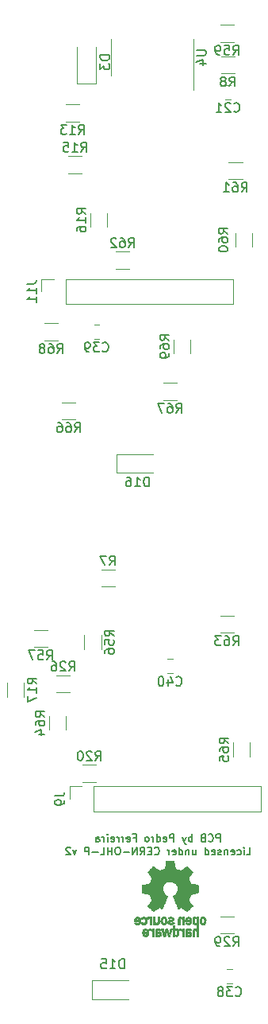
<source format=gbr>
%TF.GenerationSoftware,KiCad,Pcbnew,(5.1.9-0-10_14)*%
%TF.CreationDate,2021-04-20T22:44:58+02:00*%
%TF.ProjectId,tribus_front,74726962-7573-45f6-9672-6f6e742e6b69,rev?*%
%TF.SameCoordinates,Original*%
%TF.FileFunction,Legend,Bot*%
%TF.FilePolarity,Positive*%
%FSLAX46Y46*%
G04 Gerber Fmt 4.6, Leading zero omitted, Abs format (unit mm)*
G04 Created by KiCad (PCBNEW (5.1.9-0-10_14)) date 2021-04-20 22:44:58*
%MOMM*%
%LPD*%
G01*
G04 APERTURE LIST*
%ADD10C,0.200000*%
%ADD11C,0.010000*%
%ADD12C,0.120000*%
%ADD13C,0.150000*%
G04 APERTURE END LIST*
D10*
X25678571Y-88561904D02*
X25678571Y-87761904D01*
X25373809Y-87761904D01*
X25297619Y-87800000D01*
X25259523Y-87838095D01*
X25221428Y-87914285D01*
X25221428Y-88028571D01*
X25259523Y-88104761D01*
X25297619Y-88142857D01*
X25373809Y-88180952D01*
X25678571Y-88180952D01*
X24421428Y-88485714D02*
X24459523Y-88523809D01*
X24573809Y-88561904D01*
X24650000Y-88561904D01*
X24764285Y-88523809D01*
X24840476Y-88447619D01*
X24878571Y-88371428D01*
X24916666Y-88219047D01*
X24916666Y-88104761D01*
X24878571Y-87952380D01*
X24840476Y-87876190D01*
X24764285Y-87800000D01*
X24650000Y-87761904D01*
X24573809Y-87761904D01*
X24459523Y-87800000D01*
X24421428Y-87838095D01*
X23811904Y-88142857D02*
X23697619Y-88180952D01*
X23659523Y-88219047D01*
X23621428Y-88295238D01*
X23621428Y-88409523D01*
X23659523Y-88485714D01*
X23697619Y-88523809D01*
X23773809Y-88561904D01*
X24078571Y-88561904D01*
X24078571Y-87761904D01*
X23811904Y-87761904D01*
X23735714Y-87800000D01*
X23697619Y-87838095D01*
X23659523Y-87914285D01*
X23659523Y-87990476D01*
X23697619Y-88066666D01*
X23735714Y-88104761D01*
X23811904Y-88142857D01*
X24078571Y-88142857D01*
X22669047Y-88561904D02*
X22669047Y-87761904D01*
X22669047Y-88066666D02*
X22592857Y-88028571D01*
X22440476Y-88028571D01*
X22364285Y-88066666D01*
X22326190Y-88104761D01*
X22288095Y-88180952D01*
X22288095Y-88409523D01*
X22326190Y-88485714D01*
X22364285Y-88523809D01*
X22440476Y-88561904D01*
X22592857Y-88561904D01*
X22669047Y-88523809D01*
X22021428Y-88028571D02*
X21830952Y-88561904D01*
X21640476Y-88028571D02*
X21830952Y-88561904D01*
X21907142Y-88752380D01*
X21945238Y-88790476D01*
X22021428Y-88828571D01*
X20726190Y-88561904D02*
X20726190Y-87761904D01*
X20421428Y-87761904D01*
X20345238Y-87800000D01*
X20307142Y-87838095D01*
X20269047Y-87914285D01*
X20269047Y-88028571D01*
X20307142Y-88104761D01*
X20345238Y-88142857D01*
X20421428Y-88180952D01*
X20726190Y-88180952D01*
X19621428Y-88523809D02*
X19697619Y-88561904D01*
X19850000Y-88561904D01*
X19926190Y-88523809D01*
X19964285Y-88447619D01*
X19964285Y-88142857D01*
X19926190Y-88066666D01*
X19850000Y-88028571D01*
X19697619Y-88028571D01*
X19621428Y-88066666D01*
X19583333Y-88142857D01*
X19583333Y-88219047D01*
X19964285Y-88295238D01*
X18897619Y-88561904D02*
X18897619Y-87761904D01*
X18897619Y-88523809D02*
X18973809Y-88561904D01*
X19126190Y-88561904D01*
X19202380Y-88523809D01*
X19240476Y-88485714D01*
X19278571Y-88409523D01*
X19278571Y-88180952D01*
X19240476Y-88104761D01*
X19202380Y-88066666D01*
X19126190Y-88028571D01*
X18973809Y-88028571D01*
X18897619Y-88066666D01*
X18516666Y-88561904D02*
X18516666Y-88028571D01*
X18516666Y-88180952D02*
X18478571Y-88104761D01*
X18440476Y-88066666D01*
X18364285Y-88028571D01*
X18288095Y-88028571D01*
X17907142Y-88561904D02*
X17983333Y-88523809D01*
X18021428Y-88485714D01*
X18059523Y-88409523D01*
X18059523Y-88180952D01*
X18021428Y-88104761D01*
X17983333Y-88066666D01*
X17907142Y-88028571D01*
X17792857Y-88028571D01*
X17716666Y-88066666D01*
X17678571Y-88104761D01*
X17640476Y-88180952D01*
X17640476Y-88409523D01*
X17678571Y-88485714D01*
X17716666Y-88523809D01*
X17792857Y-88561904D01*
X17907142Y-88561904D01*
X16421428Y-88142857D02*
X16688095Y-88142857D01*
X16688095Y-88561904D02*
X16688095Y-87761904D01*
X16307142Y-87761904D01*
X15697619Y-88523809D02*
X15773809Y-88561904D01*
X15926190Y-88561904D01*
X16002380Y-88523809D01*
X16040476Y-88447619D01*
X16040476Y-88142857D01*
X16002380Y-88066666D01*
X15926190Y-88028571D01*
X15773809Y-88028571D01*
X15697619Y-88066666D01*
X15659523Y-88142857D01*
X15659523Y-88219047D01*
X16040476Y-88295238D01*
X15316666Y-88561904D02*
X15316666Y-88028571D01*
X15316666Y-88180952D02*
X15278571Y-88104761D01*
X15240476Y-88066666D01*
X15164285Y-88028571D01*
X15088095Y-88028571D01*
X14821428Y-88561904D02*
X14821428Y-88028571D01*
X14821428Y-88180952D02*
X14783333Y-88104761D01*
X14745238Y-88066666D01*
X14669047Y-88028571D01*
X14592857Y-88028571D01*
X14021428Y-88523809D02*
X14097619Y-88561904D01*
X14250000Y-88561904D01*
X14326190Y-88523809D01*
X14364285Y-88447619D01*
X14364285Y-88142857D01*
X14326190Y-88066666D01*
X14250000Y-88028571D01*
X14097619Y-88028571D01*
X14021428Y-88066666D01*
X13983333Y-88142857D01*
X13983333Y-88219047D01*
X14364285Y-88295238D01*
X13640476Y-88561904D02*
X13640476Y-88028571D01*
X13640476Y-87761904D02*
X13678571Y-87800000D01*
X13640476Y-87838095D01*
X13602380Y-87800000D01*
X13640476Y-87761904D01*
X13640476Y-87838095D01*
X13259523Y-88561904D02*
X13259523Y-88028571D01*
X13259523Y-88180952D02*
X13221428Y-88104761D01*
X13183333Y-88066666D01*
X13107142Y-88028571D01*
X13030952Y-88028571D01*
X12421428Y-88561904D02*
X12421428Y-88142857D01*
X12459523Y-88066666D01*
X12535714Y-88028571D01*
X12688095Y-88028571D01*
X12764285Y-88066666D01*
X12421428Y-88523809D02*
X12497619Y-88561904D01*
X12688095Y-88561904D01*
X12764285Y-88523809D01*
X12802380Y-88447619D01*
X12802380Y-88371428D01*
X12764285Y-88295238D01*
X12688095Y-88257142D01*
X12497619Y-88257142D01*
X12421428Y-88219047D01*
X28478571Y-89961904D02*
X28859523Y-89961904D01*
X28859523Y-89161904D01*
X28211904Y-89961904D02*
X28211904Y-89428571D01*
X28211904Y-89161904D02*
X28250000Y-89200000D01*
X28211904Y-89238095D01*
X28173809Y-89200000D01*
X28211904Y-89161904D01*
X28211904Y-89238095D01*
X27488095Y-89923809D02*
X27564285Y-89961904D01*
X27716666Y-89961904D01*
X27792857Y-89923809D01*
X27830952Y-89885714D01*
X27869047Y-89809523D01*
X27869047Y-89580952D01*
X27830952Y-89504761D01*
X27792857Y-89466666D01*
X27716666Y-89428571D01*
X27564285Y-89428571D01*
X27488095Y-89466666D01*
X26840476Y-89923809D02*
X26916666Y-89961904D01*
X27069047Y-89961904D01*
X27145238Y-89923809D01*
X27183333Y-89847619D01*
X27183333Y-89542857D01*
X27145238Y-89466666D01*
X27069047Y-89428571D01*
X26916666Y-89428571D01*
X26840476Y-89466666D01*
X26802380Y-89542857D01*
X26802380Y-89619047D01*
X27183333Y-89695238D01*
X26459523Y-89428571D02*
X26459523Y-89961904D01*
X26459523Y-89504761D02*
X26421428Y-89466666D01*
X26345238Y-89428571D01*
X26230952Y-89428571D01*
X26154761Y-89466666D01*
X26116666Y-89542857D01*
X26116666Y-89961904D01*
X25773809Y-89923809D02*
X25697619Y-89961904D01*
X25545238Y-89961904D01*
X25469047Y-89923809D01*
X25430952Y-89847619D01*
X25430952Y-89809523D01*
X25469047Y-89733333D01*
X25545238Y-89695238D01*
X25659523Y-89695238D01*
X25735714Y-89657142D01*
X25773809Y-89580952D01*
X25773809Y-89542857D01*
X25735714Y-89466666D01*
X25659523Y-89428571D01*
X25545238Y-89428571D01*
X25469047Y-89466666D01*
X24783333Y-89923809D02*
X24859523Y-89961904D01*
X25011904Y-89961904D01*
X25088095Y-89923809D01*
X25126190Y-89847619D01*
X25126190Y-89542857D01*
X25088095Y-89466666D01*
X25011904Y-89428571D01*
X24859523Y-89428571D01*
X24783333Y-89466666D01*
X24745238Y-89542857D01*
X24745238Y-89619047D01*
X25126190Y-89695238D01*
X24059523Y-89961904D02*
X24059523Y-89161904D01*
X24059523Y-89923809D02*
X24135714Y-89961904D01*
X24288095Y-89961904D01*
X24364285Y-89923809D01*
X24402380Y-89885714D01*
X24440476Y-89809523D01*
X24440476Y-89580952D01*
X24402380Y-89504761D01*
X24364285Y-89466666D01*
X24288095Y-89428571D01*
X24135714Y-89428571D01*
X24059523Y-89466666D01*
X22726190Y-89428571D02*
X22726190Y-89961904D01*
X23069047Y-89428571D02*
X23069047Y-89847619D01*
X23030952Y-89923809D01*
X22954761Y-89961904D01*
X22840476Y-89961904D01*
X22764285Y-89923809D01*
X22726190Y-89885714D01*
X22345238Y-89428571D02*
X22345238Y-89961904D01*
X22345238Y-89504761D02*
X22307142Y-89466666D01*
X22230952Y-89428571D01*
X22116666Y-89428571D01*
X22040476Y-89466666D01*
X22002380Y-89542857D01*
X22002380Y-89961904D01*
X21278571Y-89961904D02*
X21278571Y-89161904D01*
X21278571Y-89923809D02*
X21354761Y-89961904D01*
X21507142Y-89961904D01*
X21583333Y-89923809D01*
X21621428Y-89885714D01*
X21659523Y-89809523D01*
X21659523Y-89580952D01*
X21621428Y-89504761D01*
X21583333Y-89466666D01*
X21507142Y-89428571D01*
X21354761Y-89428571D01*
X21278571Y-89466666D01*
X20592857Y-89923809D02*
X20669047Y-89961904D01*
X20821428Y-89961904D01*
X20897619Y-89923809D01*
X20935714Y-89847619D01*
X20935714Y-89542857D01*
X20897619Y-89466666D01*
X20821428Y-89428571D01*
X20669047Y-89428571D01*
X20592857Y-89466666D01*
X20554761Y-89542857D01*
X20554761Y-89619047D01*
X20935714Y-89695238D01*
X20211904Y-89961904D02*
X20211904Y-89428571D01*
X20211904Y-89580952D02*
X20173809Y-89504761D01*
X20135714Y-89466666D01*
X20059523Y-89428571D01*
X19983333Y-89428571D01*
X18649999Y-89885714D02*
X18688095Y-89923809D01*
X18802380Y-89961904D01*
X18878571Y-89961904D01*
X18992857Y-89923809D01*
X19069047Y-89847619D01*
X19107142Y-89771428D01*
X19145238Y-89619047D01*
X19145238Y-89504761D01*
X19107142Y-89352380D01*
X19069047Y-89276190D01*
X18992857Y-89200000D01*
X18878571Y-89161904D01*
X18802380Y-89161904D01*
X18688095Y-89200000D01*
X18649999Y-89238095D01*
X18307142Y-89542857D02*
X18040476Y-89542857D01*
X17926190Y-89961904D02*
X18307142Y-89961904D01*
X18307142Y-89161904D01*
X17926190Y-89161904D01*
X17126190Y-89961904D02*
X17392857Y-89580952D01*
X17583333Y-89961904D02*
X17583333Y-89161904D01*
X17278571Y-89161904D01*
X17202380Y-89200000D01*
X17164285Y-89238095D01*
X17126190Y-89314285D01*
X17126190Y-89428571D01*
X17164285Y-89504761D01*
X17202380Y-89542857D01*
X17278571Y-89580952D01*
X17583333Y-89580952D01*
X16783333Y-89961904D02*
X16783333Y-89161904D01*
X16326190Y-89961904D01*
X16326190Y-89161904D01*
X15945238Y-89657142D02*
X15335714Y-89657142D01*
X14802380Y-89161904D02*
X14649999Y-89161904D01*
X14573809Y-89200000D01*
X14497619Y-89276190D01*
X14459523Y-89428571D01*
X14459523Y-89695238D01*
X14497619Y-89847619D01*
X14573809Y-89923809D01*
X14649999Y-89961904D01*
X14802380Y-89961904D01*
X14878571Y-89923809D01*
X14954761Y-89847619D01*
X14992857Y-89695238D01*
X14992857Y-89428571D01*
X14954761Y-89276190D01*
X14878571Y-89200000D01*
X14802380Y-89161904D01*
X14116666Y-89961904D02*
X14116666Y-89161904D01*
X14116666Y-89542857D02*
X13659523Y-89542857D01*
X13659523Y-89961904D02*
X13659523Y-89161904D01*
X12897619Y-89961904D02*
X13278571Y-89961904D01*
X13278571Y-89161904D01*
X12630952Y-89657142D02*
X12021428Y-89657142D01*
X11640476Y-89961904D02*
X11640476Y-89161904D01*
X11335714Y-89161904D01*
X11259523Y-89200000D01*
X11221428Y-89238095D01*
X11183333Y-89314285D01*
X11183333Y-89428571D01*
X11221428Y-89504761D01*
X11259523Y-89542857D01*
X11335714Y-89580952D01*
X11640476Y-89580952D01*
X10307142Y-89428571D02*
X10116666Y-89961904D01*
X9926190Y-89428571D01*
X9659523Y-89238095D02*
X9621428Y-89200000D01*
X9545238Y-89161904D01*
X9354761Y-89161904D01*
X9278571Y-89200000D01*
X9240476Y-89238095D01*
X9202380Y-89314285D01*
X9202380Y-89390476D01*
X9240476Y-89504761D01*
X9697619Y-89961904D01*
X9202380Y-89961904D01*
D11*
%TO.C,REF\u002A\u002A*%
G36*
X19819036Y-91013576D02*
G01*
X19743487Y-91414322D01*
X19185959Y-91644154D01*
X18851535Y-91416748D01*
X18757878Y-91353431D01*
X18673218Y-91296896D01*
X18601505Y-91249727D01*
X18546689Y-91214502D01*
X18512720Y-91193805D01*
X18503470Y-91189342D01*
X18486805Y-91200820D01*
X18451194Y-91232551D01*
X18400629Y-91280483D01*
X18339100Y-91340562D01*
X18270601Y-91408733D01*
X18199121Y-91480945D01*
X18128653Y-91553142D01*
X18063189Y-91621273D01*
X18006720Y-91681283D01*
X17963237Y-91729119D01*
X17936732Y-91760727D01*
X17930395Y-91771305D01*
X17939514Y-91790806D01*
X17965080Y-91833531D01*
X18004403Y-91895298D01*
X18054797Y-91971931D01*
X18113573Y-92059248D01*
X18147632Y-92109052D01*
X18209711Y-92199993D01*
X18264874Y-92282059D01*
X18310446Y-92351163D01*
X18343750Y-92403222D01*
X18362110Y-92434150D01*
X18364869Y-92440650D01*
X18358615Y-92459121D01*
X18341566Y-92502172D01*
X18316297Y-92563749D01*
X18285378Y-92637799D01*
X18251382Y-92718270D01*
X18216882Y-92799107D01*
X18184449Y-92874258D01*
X18156657Y-92937671D01*
X18136077Y-92983293D01*
X18125281Y-93005069D01*
X18124644Y-93005926D01*
X18107693Y-93010084D01*
X18062549Y-93019361D01*
X17993890Y-93032844D01*
X17906398Y-93049621D01*
X17804750Y-93068781D01*
X17745444Y-93079830D01*
X17636828Y-93100510D01*
X17538723Y-93120189D01*
X17456091Y-93137789D01*
X17393896Y-93152233D01*
X17357101Y-93162446D01*
X17349704Y-93165686D01*
X17342460Y-93187617D01*
X17336615Y-93237147D01*
X17332165Y-93308485D01*
X17329107Y-93395839D01*
X17327435Y-93493417D01*
X17327147Y-93595426D01*
X17328239Y-93696075D01*
X17330706Y-93789572D01*
X17334544Y-93870125D01*
X17339750Y-93931942D01*
X17346319Y-93969230D01*
X17350259Y-93976993D01*
X17373812Y-93986298D01*
X17423718Y-93999600D01*
X17493377Y-94015337D01*
X17576187Y-94031946D01*
X17605095Y-94037319D01*
X17744469Y-94062848D01*
X17854564Y-94083408D01*
X17939018Y-94099815D01*
X18001470Y-94112887D01*
X18045556Y-94123441D01*
X18074915Y-94132294D01*
X18093185Y-94140263D01*
X18104002Y-94148165D01*
X18105515Y-94149727D01*
X18120623Y-94174886D01*
X18143671Y-94223850D01*
X18172356Y-94290621D01*
X18204378Y-94369205D01*
X18237435Y-94453607D01*
X18269227Y-94537830D01*
X18297451Y-94615879D01*
X18319807Y-94681759D01*
X18333993Y-94729473D01*
X18337707Y-94753027D01*
X18337398Y-94753852D01*
X18324811Y-94773104D01*
X18296256Y-94815463D01*
X18254733Y-94876521D01*
X18203244Y-94951868D01*
X18144789Y-95037096D01*
X18128142Y-95061315D01*
X18068785Y-95149123D01*
X18016553Y-95229238D01*
X17974292Y-95297062D01*
X17944847Y-95347993D01*
X17931063Y-95377431D01*
X17930395Y-95381048D01*
X17941976Y-95400057D01*
X17973976Y-95437714D01*
X18022282Y-95489973D01*
X18082780Y-95552786D01*
X18151356Y-95622106D01*
X18223896Y-95693885D01*
X18296288Y-95764077D01*
X18364416Y-95828635D01*
X18424168Y-95883510D01*
X18471429Y-95924656D01*
X18502087Y-95948026D01*
X18510568Y-95951842D01*
X18530309Y-95942855D01*
X18570726Y-95918616D01*
X18625237Y-95883209D01*
X18667177Y-95854711D01*
X18743171Y-95802418D01*
X18833166Y-95740845D01*
X18923436Y-95679370D01*
X18971968Y-95646469D01*
X19136238Y-95535359D01*
X19274131Y-95609916D01*
X19336951Y-95642578D01*
X19390371Y-95667966D01*
X19426516Y-95682446D01*
X19435716Y-95684460D01*
X19446779Y-95669584D01*
X19468606Y-95627547D01*
X19499566Y-95562227D01*
X19538030Y-95477500D01*
X19582368Y-95377245D01*
X19630953Y-95265339D01*
X19682154Y-95145659D01*
X19734341Y-95022084D01*
X19785887Y-94898491D01*
X19835160Y-94778757D01*
X19880533Y-94666759D01*
X19920375Y-94566377D01*
X19953058Y-94481486D01*
X19976951Y-94415965D01*
X19990426Y-94373690D01*
X19992594Y-94359172D01*
X19975417Y-94340653D01*
X19937810Y-94310590D01*
X19887634Y-94275232D01*
X19883422Y-94272434D01*
X19753736Y-94168625D01*
X19649166Y-94047515D01*
X19570619Y-93912976D01*
X19519001Y-93768882D01*
X19495218Y-93619105D01*
X19500177Y-93467517D01*
X19534783Y-93317992D01*
X19599943Y-93174400D01*
X19619114Y-93142984D01*
X19718826Y-93016125D01*
X19836623Y-92914255D01*
X19968429Y-92837904D01*
X20110167Y-92787602D01*
X20257758Y-92763879D01*
X20407127Y-92767265D01*
X20554197Y-92798288D01*
X20694889Y-92857480D01*
X20825127Y-92945369D01*
X20865414Y-92981042D01*
X20967945Y-93092706D01*
X21042659Y-93210257D01*
X21093910Y-93342020D01*
X21122454Y-93472507D01*
X21129500Y-93619216D01*
X21106004Y-93766653D01*
X21054351Y-93909834D01*
X20976929Y-94043777D01*
X20876125Y-94163498D01*
X20754324Y-94264014D01*
X20738316Y-94274609D01*
X20687602Y-94309306D01*
X20649050Y-94339370D01*
X20630619Y-94358565D01*
X20630351Y-94359172D01*
X20634308Y-94379936D01*
X20649993Y-94427062D01*
X20675778Y-94496673D01*
X20710031Y-94584893D01*
X20751123Y-94687844D01*
X20797424Y-94801650D01*
X20847304Y-94922435D01*
X20899133Y-95046321D01*
X20951281Y-95169432D01*
X21002118Y-95287891D01*
X21050013Y-95397823D01*
X21093338Y-95495349D01*
X21130462Y-95576593D01*
X21159756Y-95637679D01*
X21179588Y-95674730D01*
X21187574Y-95684460D01*
X21211979Y-95676883D01*
X21257642Y-95656560D01*
X21316690Y-95627125D01*
X21349160Y-95609916D01*
X21487053Y-95535359D01*
X21651323Y-95646469D01*
X21735179Y-95703390D01*
X21826987Y-95766030D01*
X21913020Y-95825011D01*
X21956113Y-95854711D01*
X22016723Y-95895410D01*
X22068045Y-95927663D01*
X22103385Y-95947384D01*
X22114863Y-95951554D01*
X22131570Y-95940307D01*
X22168546Y-95908911D01*
X22222205Y-95860624D01*
X22288962Y-95798708D01*
X22365234Y-95726421D01*
X22413473Y-95680008D01*
X22497867Y-95597087D01*
X22570803Y-95522920D01*
X22629331Y-95460680D01*
X22670503Y-95413541D01*
X22691372Y-95384673D01*
X22693374Y-95378815D01*
X22684083Y-95356532D01*
X22658409Y-95311477D01*
X22619200Y-95248211D01*
X22569303Y-95171295D01*
X22511567Y-95085292D01*
X22495149Y-95061315D01*
X22435323Y-94974170D01*
X22381650Y-94895710D01*
X22337130Y-94830345D01*
X22304765Y-94782484D01*
X22287555Y-94756535D01*
X22285893Y-94753852D01*
X22288379Y-94733172D01*
X22301577Y-94687704D01*
X22323186Y-94623444D01*
X22350904Y-94546387D01*
X22382430Y-94462529D01*
X22415463Y-94377866D01*
X22447701Y-94298392D01*
X22476843Y-94230104D01*
X22500588Y-94178997D01*
X22516635Y-94151067D01*
X22517775Y-94149727D01*
X22527588Y-94141745D01*
X22544161Y-94133851D01*
X22571132Y-94125229D01*
X22612139Y-94115062D01*
X22670820Y-94102531D01*
X22750813Y-94086821D01*
X22855755Y-94067113D01*
X22989285Y-94042592D01*
X23018196Y-94037319D01*
X23103882Y-94020764D01*
X23178582Y-94004569D01*
X23235694Y-93990296D01*
X23268617Y-93979508D01*
X23273031Y-93976993D01*
X23280306Y-93954696D01*
X23286219Y-93904869D01*
X23290766Y-93833304D01*
X23293945Y-93745793D01*
X23295749Y-93648128D01*
X23296177Y-93546101D01*
X23295223Y-93445503D01*
X23292884Y-93352127D01*
X23289156Y-93271765D01*
X23284034Y-93210209D01*
X23277516Y-93173250D01*
X23273586Y-93165686D01*
X23251708Y-93158056D01*
X23201891Y-93145642D01*
X23129097Y-93129522D01*
X23038289Y-93110773D01*
X22934431Y-93090471D01*
X22877846Y-93079830D01*
X22770486Y-93059760D01*
X22674746Y-93041580D01*
X22595306Y-93026199D01*
X22536846Y-93014531D01*
X22504045Y-93007488D01*
X22498646Y-93005926D01*
X22489522Y-92988322D01*
X22470235Y-92945918D01*
X22443355Y-92884772D01*
X22411454Y-92810943D01*
X22377102Y-92730489D01*
X22342871Y-92649468D01*
X22311331Y-92573937D01*
X22285054Y-92509955D01*
X22266611Y-92463580D01*
X22258571Y-92440869D01*
X22258422Y-92439876D01*
X22267535Y-92421961D01*
X22293086Y-92380733D01*
X22332388Y-92320291D01*
X22382757Y-92244731D01*
X22441506Y-92158152D01*
X22475658Y-92108421D01*
X22537890Y-92017236D01*
X22593164Y-91934449D01*
X22638782Y-91864249D01*
X22672048Y-91810824D01*
X22690264Y-91778361D01*
X22692895Y-91771083D01*
X22681586Y-91754145D01*
X22650319Y-91717978D01*
X22603090Y-91666635D01*
X22543892Y-91604167D01*
X22476719Y-91534626D01*
X22405566Y-91462065D01*
X22334426Y-91390535D01*
X22267293Y-91324087D01*
X22208161Y-91266774D01*
X22161025Y-91222647D01*
X22129877Y-91195759D01*
X22119457Y-91189342D01*
X22102491Y-91198365D01*
X22061911Y-91223715D01*
X22001663Y-91262810D01*
X21925693Y-91313071D01*
X21837946Y-91371917D01*
X21771756Y-91416748D01*
X21437332Y-91644154D01*
X21158567Y-91529238D01*
X20879803Y-91414322D01*
X20804254Y-91013576D01*
X20728706Y-90612829D01*
X19894585Y-90612829D01*
X19819036Y-91013576D01*
G37*
X19819036Y-91013576D02*
X19743487Y-91414322D01*
X19185959Y-91644154D01*
X18851535Y-91416748D01*
X18757878Y-91353431D01*
X18673218Y-91296896D01*
X18601505Y-91249727D01*
X18546689Y-91214502D01*
X18512720Y-91193805D01*
X18503470Y-91189342D01*
X18486805Y-91200820D01*
X18451194Y-91232551D01*
X18400629Y-91280483D01*
X18339100Y-91340562D01*
X18270601Y-91408733D01*
X18199121Y-91480945D01*
X18128653Y-91553142D01*
X18063189Y-91621273D01*
X18006720Y-91681283D01*
X17963237Y-91729119D01*
X17936732Y-91760727D01*
X17930395Y-91771305D01*
X17939514Y-91790806D01*
X17965080Y-91833531D01*
X18004403Y-91895298D01*
X18054797Y-91971931D01*
X18113573Y-92059248D01*
X18147632Y-92109052D01*
X18209711Y-92199993D01*
X18264874Y-92282059D01*
X18310446Y-92351163D01*
X18343750Y-92403222D01*
X18362110Y-92434150D01*
X18364869Y-92440650D01*
X18358615Y-92459121D01*
X18341566Y-92502172D01*
X18316297Y-92563749D01*
X18285378Y-92637799D01*
X18251382Y-92718270D01*
X18216882Y-92799107D01*
X18184449Y-92874258D01*
X18156657Y-92937671D01*
X18136077Y-92983293D01*
X18125281Y-93005069D01*
X18124644Y-93005926D01*
X18107693Y-93010084D01*
X18062549Y-93019361D01*
X17993890Y-93032844D01*
X17906398Y-93049621D01*
X17804750Y-93068781D01*
X17745444Y-93079830D01*
X17636828Y-93100510D01*
X17538723Y-93120189D01*
X17456091Y-93137789D01*
X17393896Y-93152233D01*
X17357101Y-93162446D01*
X17349704Y-93165686D01*
X17342460Y-93187617D01*
X17336615Y-93237147D01*
X17332165Y-93308485D01*
X17329107Y-93395839D01*
X17327435Y-93493417D01*
X17327147Y-93595426D01*
X17328239Y-93696075D01*
X17330706Y-93789572D01*
X17334544Y-93870125D01*
X17339750Y-93931942D01*
X17346319Y-93969230D01*
X17350259Y-93976993D01*
X17373812Y-93986298D01*
X17423718Y-93999600D01*
X17493377Y-94015337D01*
X17576187Y-94031946D01*
X17605095Y-94037319D01*
X17744469Y-94062848D01*
X17854564Y-94083408D01*
X17939018Y-94099815D01*
X18001470Y-94112887D01*
X18045556Y-94123441D01*
X18074915Y-94132294D01*
X18093185Y-94140263D01*
X18104002Y-94148165D01*
X18105515Y-94149727D01*
X18120623Y-94174886D01*
X18143671Y-94223850D01*
X18172356Y-94290621D01*
X18204378Y-94369205D01*
X18237435Y-94453607D01*
X18269227Y-94537830D01*
X18297451Y-94615879D01*
X18319807Y-94681759D01*
X18333993Y-94729473D01*
X18337707Y-94753027D01*
X18337398Y-94753852D01*
X18324811Y-94773104D01*
X18296256Y-94815463D01*
X18254733Y-94876521D01*
X18203244Y-94951868D01*
X18144789Y-95037096D01*
X18128142Y-95061315D01*
X18068785Y-95149123D01*
X18016553Y-95229238D01*
X17974292Y-95297062D01*
X17944847Y-95347993D01*
X17931063Y-95377431D01*
X17930395Y-95381048D01*
X17941976Y-95400057D01*
X17973976Y-95437714D01*
X18022282Y-95489973D01*
X18082780Y-95552786D01*
X18151356Y-95622106D01*
X18223896Y-95693885D01*
X18296288Y-95764077D01*
X18364416Y-95828635D01*
X18424168Y-95883510D01*
X18471429Y-95924656D01*
X18502087Y-95948026D01*
X18510568Y-95951842D01*
X18530309Y-95942855D01*
X18570726Y-95918616D01*
X18625237Y-95883209D01*
X18667177Y-95854711D01*
X18743171Y-95802418D01*
X18833166Y-95740845D01*
X18923436Y-95679370D01*
X18971968Y-95646469D01*
X19136238Y-95535359D01*
X19274131Y-95609916D01*
X19336951Y-95642578D01*
X19390371Y-95667966D01*
X19426516Y-95682446D01*
X19435716Y-95684460D01*
X19446779Y-95669584D01*
X19468606Y-95627547D01*
X19499566Y-95562227D01*
X19538030Y-95477500D01*
X19582368Y-95377245D01*
X19630953Y-95265339D01*
X19682154Y-95145659D01*
X19734341Y-95022084D01*
X19785887Y-94898491D01*
X19835160Y-94778757D01*
X19880533Y-94666759D01*
X19920375Y-94566377D01*
X19953058Y-94481486D01*
X19976951Y-94415965D01*
X19990426Y-94373690D01*
X19992594Y-94359172D01*
X19975417Y-94340653D01*
X19937810Y-94310590D01*
X19887634Y-94275232D01*
X19883422Y-94272434D01*
X19753736Y-94168625D01*
X19649166Y-94047515D01*
X19570619Y-93912976D01*
X19519001Y-93768882D01*
X19495218Y-93619105D01*
X19500177Y-93467517D01*
X19534783Y-93317992D01*
X19599943Y-93174400D01*
X19619114Y-93142984D01*
X19718826Y-93016125D01*
X19836623Y-92914255D01*
X19968429Y-92837904D01*
X20110167Y-92787602D01*
X20257758Y-92763879D01*
X20407127Y-92767265D01*
X20554197Y-92798288D01*
X20694889Y-92857480D01*
X20825127Y-92945369D01*
X20865414Y-92981042D01*
X20967945Y-93092706D01*
X21042659Y-93210257D01*
X21093910Y-93342020D01*
X21122454Y-93472507D01*
X21129500Y-93619216D01*
X21106004Y-93766653D01*
X21054351Y-93909834D01*
X20976929Y-94043777D01*
X20876125Y-94163498D01*
X20754324Y-94264014D01*
X20738316Y-94274609D01*
X20687602Y-94309306D01*
X20649050Y-94339370D01*
X20630619Y-94358565D01*
X20630351Y-94359172D01*
X20634308Y-94379936D01*
X20649993Y-94427062D01*
X20675778Y-94496673D01*
X20710031Y-94584893D01*
X20751123Y-94687844D01*
X20797424Y-94801650D01*
X20847304Y-94922435D01*
X20899133Y-95046321D01*
X20951281Y-95169432D01*
X21002118Y-95287891D01*
X21050013Y-95397823D01*
X21093338Y-95495349D01*
X21130462Y-95576593D01*
X21159756Y-95637679D01*
X21179588Y-95674730D01*
X21187574Y-95684460D01*
X21211979Y-95676883D01*
X21257642Y-95656560D01*
X21316690Y-95627125D01*
X21349160Y-95609916D01*
X21487053Y-95535359D01*
X21651323Y-95646469D01*
X21735179Y-95703390D01*
X21826987Y-95766030D01*
X21913020Y-95825011D01*
X21956113Y-95854711D01*
X22016723Y-95895410D01*
X22068045Y-95927663D01*
X22103385Y-95947384D01*
X22114863Y-95951554D01*
X22131570Y-95940307D01*
X22168546Y-95908911D01*
X22222205Y-95860624D01*
X22288962Y-95798708D01*
X22365234Y-95726421D01*
X22413473Y-95680008D01*
X22497867Y-95597087D01*
X22570803Y-95522920D01*
X22629331Y-95460680D01*
X22670503Y-95413541D01*
X22691372Y-95384673D01*
X22693374Y-95378815D01*
X22684083Y-95356532D01*
X22658409Y-95311477D01*
X22619200Y-95248211D01*
X22569303Y-95171295D01*
X22511567Y-95085292D01*
X22495149Y-95061315D01*
X22435323Y-94974170D01*
X22381650Y-94895710D01*
X22337130Y-94830345D01*
X22304765Y-94782484D01*
X22287555Y-94756535D01*
X22285893Y-94753852D01*
X22288379Y-94733172D01*
X22301577Y-94687704D01*
X22323186Y-94623444D01*
X22350904Y-94546387D01*
X22382430Y-94462529D01*
X22415463Y-94377866D01*
X22447701Y-94298392D01*
X22476843Y-94230104D01*
X22500588Y-94178997D01*
X22516635Y-94151067D01*
X22517775Y-94149727D01*
X22527588Y-94141745D01*
X22544161Y-94133851D01*
X22571132Y-94125229D01*
X22612139Y-94115062D01*
X22670820Y-94102531D01*
X22750813Y-94086821D01*
X22855755Y-94067113D01*
X22989285Y-94042592D01*
X23018196Y-94037319D01*
X23103882Y-94020764D01*
X23178582Y-94004569D01*
X23235694Y-93990296D01*
X23268617Y-93979508D01*
X23273031Y-93976993D01*
X23280306Y-93954696D01*
X23286219Y-93904869D01*
X23290766Y-93833304D01*
X23293945Y-93745793D01*
X23295749Y-93648128D01*
X23296177Y-93546101D01*
X23295223Y-93445503D01*
X23292884Y-93352127D01*
X23289156Y-93271765D01*
X23284034Y-93210209D01*
X23277516Y-93173250D01*
X23273586Y-93165686D01*
X23251708Y-93158056D01*
X23201891Y-93145642D01*
X23129097Y-93129522D01*
X23038289Y-93110773D01*
X22934431Y-93090471D01*
X22877846Y-93079830D01*
X22770486Y-93059760D01*
X22674746Y-93041580D01*
X22595306Y-93026199D01*
X22536846Y-93014531D01*
X22504045Y-93007488D01*
X22498646Y-93005926D01*
X22489522Y-92988322D01*
X22470235Y-92945918D01*
X22443355Y-92884772D01*
X22411454Y-92810943D01*
X22377102Y-92730489D01*
X22342871Y-92649468D01*
X22311331Y-92573937D01*
X22285054Y-92509955D01*
X22266611Y-92463580D01*
X22258571Y-92440869D01*
X22258422Y-92439876D01*
X22267535Y-92421961D01*
X22293086Y-92380733D01*
X22332388Y-92320291D01*
X22382757Y-92244731D01*
X22441506Y-92158152D01*
X22475658Y-92108421D01*
X22537890Y-92017236D01*
X22593164Y-91934449D01*
X22638782Y-91864249D01*
X22672048Y-91810824D01*
X22690264Y-91778361D01*
X22692895Y-91771083D01*
X22681586Y-91754145D01*
X22650319Y-91717978D01*
X22603090Y-91666635D01*
X22543892Y-91604167D01*
X22476719Y-91534626D01*
X22405566Y-91462065D01*
X22334426Y-91390535D01*
X22267293Y-91324087D01*
X22208161Y-91266774D01*
X22161025Y-91222647D01*
X22129877Y-91195759D01*
X22119457Y-91189342D01*
X22102491Y-91198365D01*
X22061911Y-91223715D01*
X22001663Y-91262810D01*
X21925693Y-91313071D01*
X21837946Y-91371917D01*
X21771756Y-91416748D01*
X21437332Y-91644154D01*
X21158567Y-91529238D01*
X20879803Y-91414322D01*
X20804254Y-91013576D01*
X20728706Y-90612829D01*
X19894585Y-90612829D01*
X19819036Y-91013576D01*
G36*
X17928612Y-96552645D02*
G01*
X17871135Y-96570206D01*
X17834128Y-96592395D01*
X17822073Y-96609942D01*
X17825391Y-96630742D01*
X17846921Y-96663419D01*
X17865126Y-96686562D01*
X17902656Y-96728402D01*
X17930852Y-96746005D01*
X17954889Y-96744856D01*
X18026192Y-96726710D01*
X18078558Y-96727534D01*
X18121082Y-96748098D01*
X18135358Y-96760134D01*
X18181053Y-96802483D01*
X18181053Y-97355526D01*
X18364869Y-97355526D01*
X18364869Y-96553421D01*
X18272961Y-96553421D01*
X18217781Y-96555603D01*
X18189312Y-96563351D01*
X18181057Y-96578468D01*
X18181053Y-96578916D01*
X18177155Y-96594749D01*
X18159526Y-96592684D01*
X18135099Y-96581261D01*
X18084650Y-96560005D01*
X18043684Y-96547216D01*
X17990972Y-96543938D01*
X17928612Y-96552645D01*
G37*
X17928612Y-96552645D02*
X17871135Y-96570206D01*
X17834128Y-96592395D01*
X17822073Y-96609942D01*
X17825391Y-96630742D01*
X17846921Y-96663419D01*
X17865126Y-96686562D01*
X17902656Y-96728402D01*
X17930852Y-96746005D01*
X17954889Y-96744856D01*
X18026192Y-96726710D01*
X18078558Y-96727534D01*
X18121082Y-96748098D01*
X18135358Y-96760134D01*
X18181053Y-96802483D01*
X18181053Y-97355526D01*
X18364869Y-97355526D01*
X18364869Y-96553421D01*
X18272961Y-96553421D01*
X18217781Y-96555603D01*
X18189312Y-96563351D01*
X18181057Y-96578468D01*
X18181053Y-96578916D01*
X18177155Y-96594749D01*
X18159526Y-96592684D01*
X18135099Y-96581261D01*
X18084650Y-96560005D01*
X18043684Y-96547216D01*
X17990972Y-96543938D01*
X17928612Y-96552645D01*
G36*
X21322043Y-96567226D02*
G01*
X21280454Y-96587090D01*
X21240175Y-96615784D01*
X21209490Y-96648809D01*
X21187139Y-96690931D01*
X21171864Y-96746915D01*
X21162408Y-96821528D01*
X21157513Y-96919535D01*
X21155919Y-97045702D01*
X21155894Y-97058914D01*
X21155527Y-97355526D01*
X21339343Y-97355526D01*
X21339343Y-97082081D01*
X21339473Y-96980777D01*
X21340379Y-96907353D01*
X21342827Y-96856271D01*
X21347586Y-96821990D01*
X21355426Y-96798971D01*
X21367115Y-96781673D01*
X21383398Y-96764581D01*
X21440366Y-96727857D01*
X21502555Y-96721042D01*
X21561801Y-96744261D01*
X21582405Y-96761543D01*
X21597530Y-96777791D01*
X21608390Y-96795191D01*
X21615690Y-96819212D01*
X21620137Y-96855322D01*
X21622436Y-96908988D01*
X21623296Y-96985680D01*
X21623422Y-97079043D01*
X21623422Y-97355526D01*
X21807237Y-97355526D01*
X21807237Y-96553421D01*
X21715329Y-96553421D01*
X21660149Y-96555603D01*
X21631680Y-96563351D01*
X21623425Y-96578468D01*
X21623422Y-96578916D01*
X21619592Y-96593720D01*
X21602699Y-96592040D01*
X21569112Y-96575773D01*
X21492937Y-96551840D01*
X21405800Y-96549178D01*
X21322043Y-96567226D01*
G37*
X21322043Y-96567226D02*
X21280454Y-96587090D01*
X21240175Y-96615784D01*
X21209490Y-96648809D01*
X21187139Y-96690931D01*
X21171864Y-96746915D01*
X21162408Y-96821528D01*
X21157513Y-96919535D01*
X21155919Y-97045702D01*
X21155894Y-97058914D01*
X21155527Y-97355526D01*
X21339343Y-97355526D01*
X21339343Y-97082081D01*
X21339473Y-96980777D01*
X21340379Y-96907353D01*
X21342827Y-96856271D01*
X21347586Y-96821990D01*
X21355426Y-96798971D01*
X21367115Y-96781673D01*
X21383398Y-96764581D01*
X21440366Y-96727857D01*
X21502555Y-96721042D01*
X21561801Y-96744261D01*
X21582405Y-96761543D01*
X21597530Y-96777791D01*
X21608390Y-96795191D01*
X21615690Y-96819212D01*
X21620137Y-96855322D01*
X21622436Y-96908988D01*
X21623296Y-96985680D01*
X21623422Y-97079043D01*
X21623422Y-97355526D01*
X21807237Y-97355526D01*
X21807237Y-96553421D01*
X21715329Y-96553421D01*
X21660149Y-96555603D01*
X21631680Y-96563351D01*
X21623425Y-96578468D01*
X21623422Y-96578916D01*
X21619592Y-96593720D01*
X21602699Y-96592040D01*
X21569112Y-96575773D01*
X21492937Y-96551840D01*
X21405800Y-96549178D01*
X21322043Y-96567226D01*
G36*
X16761216Y-96550554D02*
G01*
X16718426Y-96560949D01*
X16636391Y-96599013D01*
X16566243Y-96657149D01*
X16517695Y-96726852D01*
X16511025Y-96742502D01*
X16501876Y-96783496D01*
X16495471Y-96844138D01*
X16493290Y-96905430D01*
X16493290Y-97021316D01*
X16735593Y-97021316D01*
X16835529Y-97021693D01*
X16905931Y-97023987D01*
X16950687Y-97029938D01*
X16973685Y-97041285D01*
X16978811Y-97059771D01*
X16969952Y-97087136D01*
X16954083Y-97119155D01*
X16909816Y-97172592D01*
X16848301Y-97199215D01*
X16773115Y-97198347D01*
X16687947Y-97169371D01*
X16614341Y-97133611D01*
X16553266Y-97181904D01*
X16492190Y-97230197D01*
X16549649Y-97283285D01*
X16626359Y-97333445D01*
X16720698Y-97363688D01*
X16822173Y-97372151D01*
X16920289Y-97356974D01*
X16936119Y-97351824D01*
X17022353Y-97306791D01*
X17086499Y-97239652D01*
X17129909Y-97148405D01*
X17153936Y-97031044D01*
X17154216Y-97028529D01*
X17156367Y-96900627D01*
X17147671Y-96854997D01*
X16977895Y-96854997D01*
X16962303Y-96862013D01*
X16919971Y-96867388D01*
X16857566Y-96870457D01*
X16818019Y-96870921D01*
X16744272Y-96870630D01*
X16698160Y-96868783D01*
X16673900Y-96863912D01*
X16665706Y-96854555D01*
X16667794Y-96839245D01*
X16669545Y-96833322D01*
X16699440Y-96777668D01*
X16746458Y-96732815D01*
X16787951Y-96713105D01*
X16843074Y-96714295D01*
X16898932Y-96738875D01*
X16945788Y-96779570D01*
X16973906Y-96829108D01*
X16977895Y-96854997D01*
X17147671Y-96854997D01*
X17134926Y-96788133D01*
X17092389Y-96693727D01*
X17031253Y-96620088D01*
X16954015Y-96569893D01*
X16863170Y-96545822D01*
X16761216Y-96550554D01*
G37*
X16761216Y-96550554D02*
X16718426Y-96560949D01*
X16636391Y-96599013D01*
X16566243Y-96657149D01*
X16517695Y-96726852D01*
X16511025Y-96742502D01*
X16501876Y-96783496D01*
X16495471Y-96844138D01*
X16493290Y-96905430D01*
X16493290Y-97021316D01*
X16735593Y-97021316D01*
X16835529Y-97021693D01*
X16905931Y-97023987D01*
X16950687Y-97029938D01*
X16973685Y-97041285D01*
X16978811Y-97059771D01*
X16969952Y-97087136D01*
X16954083Y-97119155D01*
X16909816Y-97172592D01*
X16848301Y-97199215D01*
X16773115Y-97198347D01*
X16687947Y-97169371D01*
X16614341Y-97133611D01*
X16553266Y-97181904D01*
X16492190Y-97230197D01*
X16549649Y-97283285D01*
X16626359Y-97333445D01*
X16720698Y-97363688D01*
X16822173Y-97372151D01*
X16920289Y-97356974D01*
X16936119Y-97351824D01*
X17022353Y-97306791D01*
X17086499Y-97239652D01*
X17129909Y-97148405D01*
X17153936Y-97031044D01*
X17154216Y-97028529D01*
X17156367Y-96900627D01*
X17147671Y-96854997D01*
X16977895Y-96854997D01*
X16962303Y-96862013D01*
X16919971Y-96867388D01*
X16857566Y-96870457D01*
X16818019Y-96870921D01*
X16744272Y-96870630D01*
X16698160Y-96868783D01*
X16673900Y-96863912D01*
X16665706Y-96854555D01*
X16667794Y-96839245D01*
X16669545Y-96833322D01*
X16699440Y-96777668D01*
X16746458Y-96732815D01*
X16787951Y-96713105D01*
X16843074Y-96714295D01*
X16898932Y-96738875D01*
X16945788Y-96779570D01*
X16973906Y-96829108D01*
X16977895Y-96854997D01*
X17147671Y-96854997D01*
X17134926Y-96788133D01*
X17092389Y-96693727D01*
X17031253Y-96620088D01*
X16954015Y-96569893D01*
X16863170Y-96545822D01*
X16761216Y-96550554D01*
G36*
X17373424Y-96560419D02*
G01*
X17276605Y-96601549D01*
X17246110Y-96621571D01*
X17207135Y-96652340D01*
X17182669Y-96676533D01*
X17178422Y-96684413D01*
X17190416Y-96701899D01*
X17221113Y-96731570D01*
X17245688Y-96752279D01*
X17312954Y-96806336D01*
X17366070Y-96761642D01*
X17407116Y-96732789D01*
X17447137Y-96722829D01*
X17492941Y-96725261D01*
X17565676Y-96743345D01*
X17615744Y-96780881D01*
X17646171Y-96841562D01*
X17659983Y-96929081D01*
X17659987Y-96929136D01*
X17658792Y-97026958D01*
X17640228Y-97098730D01*
X17603196Y-97147595D01*
X17577950Y-97164143D01*
X17510903Y-97184749D01*
X17439291Y-97184762D01*
X17376985Y-97164768D01*
X17362237Y-97155000D01*
X17325250Y-97130047D01*
X17296332Y-97125958D01*
X17265144Y-97144530D01*
X17230664Y-97177887D01*
X17176088Y-97234196D01*
X17236682Y-97284142D01*
X17330302Y-97340513D01*
X17435875Y-97368293D01*
X17546202Y-97366282D01*
X17618657Y-97347862D01*
X17703344Y-97302310D01*
X17771073Y-97230650D01*
X17801843Y-97180066D01*
X17826764Y-97107488D01*
X17839234Y-97015569D01*
X17839330Y-96915948D01*
X17827130Y-96820267D01*
X17802710Y-96740169D01*
X17798864Y-96731956D01*
X17741907Y-96651413D01*
X17664791Y-96592771D01*
X17573610Y-96557247D01*
X17474457Y-96546057D01*
X17373424Y-96560419D01*
G37*
X17373424Y-96560419D02*
X17276605Y-96601549D01*
X17246110Y-96621571D01*
X17207135Y-96652340D01*
X17182669Y-96676533D01*
X17178422Y-96684413D01*
X17190416Y-96701899D01*
X17221113Y-96731570D01*
X17245688Y-96752279D01*
X17312954Y-96806336D01*
X17366070Y-96761642D01*
X17407116Y-96732789D01*
X17447137Y-96722829D01*
X17492941Y-96725261D01*
X17565676Y-96743345D01*
X17615744Y-96780881D01*
X17646171Y-96841562D01*
X17659983Y-96929081D01*
X17659987Y-96929136D01*
X17658792Y-97026958D01*
X17640228Y-97098730D01*
X17603196Y-97147595D01*
X17577950Y-97164143D01*
X17510903Y-97184749D01*
X17439291Y-97184762D01*
X17376985Y-97164768D01*
X17362237Y-97155000D01*
X17325250Y-97130047D01*
X17296332Y-97125958D01*
X17265144Y-97144530D01*
X17230664Y-97177887D01*
X17176088Y-97234196D01*
X17236682Y-97284142D01*
X17330302Y-97340513D01*
X17435875Y-97368293D01*
X17546202Y-97366282D01*
X17618657Y-97347862D01*
X17703344Y-97302310D01*
X17771073Y-97230650D01*
X17801843Y-97180066D01*
X17826764Y-97107488D01*
X17839234Y-97015569D01*
X17839330Y-96915948D01*
X17827130Y-96820267D01*
X17802710Y-96740169D01*
X17798864Y-96731956D01*
X17741907Y-96651413D01*
X17664791Y-96592771D01*
X17573610Y-96557247D01*
X17474457Y-96546057D01*
X17373424Y-96560419D01*
G36*
X18999869Y-96813533D02*
G01*
X18998290Y-96936089D01*
X18992519Y-97029179D01*
X18981009Y-97096651D01*
X18962210Y-97142355D01*
X18934574Y-97170139D01*
X18896552Y-97183854D01*
X18849474Y-97187358D01*
X18800168Y-97183432D01*
X18762717Y-97169089D01*
X18735572Y-97140478D01*
X18717185Y-97093751D01*
X18706007Y-97025058D01*
X18700489Y-96930550D01*
X18699079Y-96813533D01*
X18699079Y-96553421D01*
X18515264Y-96553421D01*
X18515264Y-97355526D01*
X18607172Y-97355526D01*
X18662578Y-97353281D01*
X18691109Y-97345396D01*
X18699079Y-97330428D01*
X18703880Y-97317097D01*
X18722986Y-97319917D01*
X18761496Y-97338783D01*
X18849761Y-97367887D01*
X18943377Y-97365825D01*
X19033079Y-97334221D01*
X19075796Y-97309257D01*
X19108379Y-97282226D01*
X19132183Y-97248405D01*
X19148561Y-97203068D01*
X19158869Y-97141489D01*
X19164459Y-97058943D01*
X19166688Y-96950705D01*
X19166974Y-96867004D01*
X19166974Y-96553421D01*
X18999869Y-96553421D01*
X18999869Y-96813533D01*
G37*
X18999869Y-96813533D02*
X18998290Y-96936089D01*
X18992519Y-97029179D01*
X18981009Y-97096651D01*
X18962210Y-97142355D01*
X18934574Y-97170139D01*
X18896552Y-97183854D01*
X18849474Y-97187358D01*
X18800168Y-97183432D01*
X18762717Y-97169089D01*
X18735572Y-97140478D01*
X18717185Y-97093751D01*
X18706007Y-97025058D01*
X18700489Y-96930550D01*
X18699079Y-96813533D01*
X18699079Y-96553421D01*
X18515264Y-96553421D01*
X18515264Y-97355526D01*
X18607172Y-97355526D01*
X18662578Y-97353281D01*
X18691109Y-97345396D01*
X18699079Y-97330428D01*
X18703880Y-97317097D01*
X18722986Y-97319917D01*
X18761496Y-97338783D01*
X18849761Y-97367887D01*
X18943377Y-97365825D01*
X19033079Y-97334221D01*
X19075796Y-97309257D01*
X19108379Y-97282226D01*
X19132183Y-97248405D01*
X19148561Y-97203068D01*
X19158869Y-97141489D01*
X19164459Y-97058943D01*
X19166688Y-96950705D01*
X19166974Y-96867004D01*
X19166974Y-96553421D01*
X18999869Y-96553421D01*
X18999869Y-96813533D01*
G36*
X19508331Y-96563310D02*
G01*
X19423808Y-96609340D01*
X19357679Y-96682006D01*
X19326522Y-96741106D01*
X19313145Y-96793305D01*
X19304478Y-96867719D01*
X19300763Y-96953442D01*
X19302246Y-97039569D01*
X19309169Y-97115193D01*
X19317255Y-97155584D01*
X19344535Y-97210840D01*
X19391780Y-97269530D01*
X19448718Y-97320852D01*
X19505076Y-97354005D01*
X19506450Y-97354531D01*
X19576384Y-97369018D01*
X19659263Y-97369377D01*
X19738023Y-97356188D01*
X19768434Y-97345617D01*
X19846761Y-97301201D01*
X19902857Y-97243007D01*
X19939714Y-97165965D01*
X19960320Y-97065001D01*
X19964982Y-97012116D01*
X19964387Y-96945663D01*
X19785264Y-96945663D01*
X19779230Y-97042630D01*
X19761862Y-97116523D01*
X19734260Y-97163736D01*
X19714596Y-97177237D01*
X19664213Y-97186651D01*
X19604327Y-97183864D01*
X19552551Y-97170316D01*
X19538973Y-97162862D01*
X19503151Y-97119451D01*
X19479507Y-97053014D01*
X19469442Y-96972161D01*
X19474358Y-96885502D01*
X19485345Y-96833349D01*
X19516891Y-96772951D01*
X19566689Y-96735197D01*
X19626663Y-96722143D01*
X19688736Y-96735849D01*
X19736418Y-96769372D01*
X19761475Y-96797031D01*
X19776100Y-96824294D01*
X19783071Y-96861190D01*
X19785167Y-96917750D01*
X19785264Y-96945663D01*
X19964387Y-96945663D01*
X19963718Y-96870994D01*
X19940735Y-96755271D01*
X19896028Y-96664941D01*
X19829595Y-96600000D01*
X19741435Y-96560445D01*
X19722505Y-96555858D01*
X19608734Y-96545090D01*
X19508331Y-96563310D01*
G37*
X19508331Y-96563310D02*
X19423808Y-96609340D01*
X19357679Y-96682006D01*
X19326522Y-96741106D01*
X19313145Y-96793305D01*
X19304478Y-96867719D01*
X19300763Y-96953442D01*
X19302246Y-97039569D01*
X19309169Y-97115193D01*
X19317255Y-97155584D01*
X19344535Y-97210840D01*
X19391780Y-97269530D01*
X19448718Y-97320852D01*
X19505076Y-97354005D01*
X19506450Y-97354531D01*
X19576384Y-97369018D01*
X19659263Y-97369377D01*
X19738023Y-97356188D01*
X19768434Y-97345617D01*
X19846761Y-97301201D01*
X19902857Y-97243007D01*
X19939714Y-97165965D01*
X19960320Y-97065001D01*
X19964982Y-97012116D01*
X19964387Y-96945663D01*
X19785264Y-96945663D01*
X19779230Y-97042630D01*
X19761862Y-97116523D01*
X19734260Y-97163736D01*
X19714596Y-97177237D01*
X19664213Y-97186651D01*
X19604327Y-97183864D01*
X19552551Y-97170316D01*
X19538973Y-97162862D01*
X19503151Y-97119451D01*
X19479507Y-97053014D01*
X19469442Y-96972161D01*
X19474358Y-96885502D01*
X19485345Y-96833349D01*
X19516891Y-96772951D01*
X19566689Y-96735197D01*
X19626663Y-96722143D01*
X19688736Y-96735849D01*
X19736418Y-96769372D01*
X19761475Y-96797031D01*
X19776100Y-96824294D01*
X19783071Y-96861190D01*
X19785167Y-96917750D01*
X19785264Y-96945663D01*
X19964387Y-96945663D01*
X19963718Y-96870994D01*
X19940735Y-96755271D01*
X19896028Y-96664941D01*
X19829595Y-96600000D01*
X19741435Y-96560445D01*
X19722505Y-96555858D01*
X19608734Y-96545090D01*
X19508331Y-96563310D01*
G36*
X20301372Y-96550547D02*
G01*
X20238092Y-96562548D01*
X20172443Y-96587648D01*
X20165428Y-96590848D01*
X20115644Y-96617026D01*
X20081166Y-96641353D01*
X20070022Y-96656937D01*
X20080634Y-96682353D01*
X20106412Y-96719853D01*
X20117854Y-96733852D01*
X20165008Y-96788954D01*
X20225799Y-96753086D01*
X20283653Y-96729192D01*
X20350500Y-96716420D01*
X20414606Y-96715613D01*
X20464236Y-96727615D01*
X20476146Y-96735105D01*
X20498828Y-96769450D01*
X20501584Y-96809013D01*
X20484612Y-96839920D01*
X20474573Y-96845913D01*
X20444490Y-96853357D01*
X20391611Y-96862106D01*
X20326425Y-96870467D01*
X20314400Y-96871778D01*
X20209703Y-96889888D01*
X20133768Y-96920651D01*
X20083408Y-96966907D01*
X20055436Y-97031497D01*
X20046722Y-97110387D01*
X20058760Y-97200065D01*
X20097849Y-97270486D01*
X20164145Y-97321777D01*
X20257806Y-97354067D01*
X20361777Y-97366807D01*
X20446562Y-97366654D01*
X20515335Y-97355083D01*
X20562303Y-97339109D01*
X20621650Y-97311275D01*
X20676494Y-97278973D01*
X20695987Y-97264755D01*
X20746119Y-97223835D01*
X20625197Y-97101477D01*
X20556457Y-97146967D01*
X20487512Y-97181133D01*
X20413889Y-97199004D01*
X20343117Y-97200889D01*
X20282726Y-97187101D01*
X20240243Y-97157949D01*
X20226526Y-97133352D01*
X20228583Y-97093904D01*
X20262670Y-97063737D01*
X20328692Y-97042906D01*
X20401026Y-97033279D01*
X20512348Y-97014910D01*
X20595048Y-96980254D01*
X20650235Y-96928297D01*
X20679012Y-96858023D01*
X20682999Y-96774707D01*
X20663307Y-96687681D01*
X20618411Y-96621902D01*
X20547909Y-96577068D01*
X20451399Y-96552879D01*
X20379900Y-96548137D01*
X20301372Y-96550547D01*
G37*
X20301372Y-96550547D02*
X20238092Y-96562548D01*
X20172443Y-96587648D01*
X20165428Y-96590848D01*
X20115644Y-96617026D01*
X20081166Y-96641353D01*
X20070022Y-96656937D01*
X20080634Y-96682353D01*
X20106412Y-96719853D01*
X20117854Y-96733852D01*
X20165008Y-96788954D01*
X20225799Y-96753086D01*
X20283653Y-96729192D01*
X20350500Y-96716420D01*
X20414606Y-96715613D01*
X20464236Y-96727615D01*
X20476146Y-96735105D01*
X20498828Y-96769450D01*
X20501584Y-96809013D01*
X20484612Y-96839920D01*
X20474573Y-96845913D01*
X20444490Y-96853357D01*
X20391611Y-96862106D01*
X20326425Y-96870467D01*
X20314400Y-96871778D01*
X20209703Y-96889888D01*
X20133768Y-96920651D01*
X20083408Y-96966907D01*
X20055436Y-97031497D01*
X20046722Y-97110387D01*
X20058760Y-97200065D01*
X20097849Y-97270486D01*
X20164145Y-97321777D01*
X20257806Y-97354067D01*
X20361777Y-97366807D01*
X20446562Y-97366654D01*
X20515335Y-97355083D01*
X20562303Y-97339109D01*
X20621650Y-97311275D01*
X20676494Y-97278973D01*
X20695987Y-97264755D01*
X20746119Y-97223835D01*
X20625197Y-97101477D01*
X20556457Y-97146967D01*
X20487512Y-97181133D01*
X20413889Y-97199004D01*
X20343117Y-97200889D01*
X20282726Y-97187101D01*
X20240243Y-97157949D01*
X20226526Y-97133352D01*
X20228583Y-97093904D01*
X20262670Y-97063737D01*
X20328692Y-97042906D01*
X20401026Y-97033279D01*
X20512348Y-97014910D01*
X20595048Y-96980254D01*
X20650235Y-96928297D01*
X20679012Y-96858023D01*
X20682999Y-96774707D01*
X20663307Y-96687681D01*
X20618411Y-96621902D01*
X20547909Y-96577068D01*
X20451399Y-96552879D01*
X20379900Y-96548137D01*
X20301372Y-96550547D01*
G36*
X22122982Y-96572027D02*
G01*
X22106330Y-96579866D01*
X22048695Y-96622086D01*
X21994195Y-96683700D01*
X21953501Y-96751543D01*
X21941926Y-96782734D01*
X21931366Y-96838449D01*
X21925069Y-96905781D01*
X21924304Y-96933585D01*
X21924211Y-97021316D01*
X22429150Y-97021316D01*
X22418387Y-97067270D01*
X22391967Y-97121620D01*
X22345778Y-97168591D01*
X22290828Y-97198848D01*
X22255811Y-97205131D01*
X22208323Y-97197506D01*
X22151665Y-97178383D01*
X22132418Y-97169584D01*
X22061241Y-97134036D01*
X22000498Y-97180367D01*
X21965448Y-97211703D01*
X21946798Y-97237567D01*
X21945853Y-97245158D01*
X21962515Y-97263556D01*
X21999030Y-97291515D01*
X22032172Y-97313327D01*
X22121607Y-97352537D01*
X22221871Y-97370285D01*
X22321246Y-97365670D01*
X22400461Y-97341551D01*
X22482120Y-97289884D01*
X22540151Y-97221856D01*
X22576454Y-97133843D01*
X22592928Y-97022216D01*
X22594389Y-96971138D01*
X22588543Y-96854091D01*
X22587825Y-96850686D01*
X22420511Y-96850686D01*
X22415903Y-96861662D01*
X22396964Y-96867715D01*
X22357902Y-96870310D01*
X22292923Y-96870910D01*
X22267903Y-96870921D01*
X22191779Y-96870014D01*
X22143504Y-96866720D01*
X22117540Y-96860181D01*
X22108352Y-96849537D01*
X22108027Y-96846119D01*
X22118513Y-96818956D01*
X22144758Y-96780903D01*
X22156041Y-96767579D01*
X22197928Y-96729896D01*
X22241591Y-96715080D01*
X22265115Y-96713842D01*
X22328757Y-96729329D01*
X22382127Y-96770930D01*
X22415981Y-96831353D01*
X22416581Y-96833322D01*
X22420511Y-96850686D01*
X22587825Y-96850686D01*
X22569101Y-96761928D01*
X22534078Y-96688190D01*
X22491244Y-96635848D01*
X22412052Y-96579092D01*
X22318960Y-96548762D01*
X22219945Y-96546021D01*
X22122982Y-96572027D01*
G37*
X22122982Y-96572027D02*
X22106330Y-96579866D01*
X22048695Y-96622086D01*
X21994195Y-96683700D01*
X21953501Y-96751543D01*
X21941926Y-96782734D01*
X21931366Y-96838449D01*
X21925069Y-96905781D01*
X21924304Y-96933585D01*
X21924211Y-97021316D01*
X22429150Y-97021316D01*
X22418387Y-97067270D01*
X22391967Y-97121620D01*
X22345778Y-97168591D01*
X22290828Y-97198848D01*
X22255811Y-97205131D01*
X22208323Y-97197506D01*
X22151665Y-97178383D01*
X22132418Y-97169584D01*
X22061241Y-97134036D01*
X22000498Y-97180367D01*
X21965448Y-97211703D01*
X21946798Y-97237567D01*
X21945853Y-97245158D01*
X21962515Y-97263556D01*
X21999030Y-97291515D01*
X22032172Y-97313327D01*
X22121607Y-97352537D01*
X22221871Y-97370285D01*
X22321246Y-97365670D01*
X22400461Y-97341551D01*
X22482120Y-97289884D01*
X22540151Y-97221856D01*
X22576454Y-97133843D01*
X22592928Y-97022216D01*
X22594389Y-96971138D01*
X22588543Y-96854091D01*
X22587825Y-96850686D01*
X22420511Y-96850686D01*
X22415903Y-96861662D01*
X22396964Y-96867715D01*
X22357902Y-96870310D01*
X22292923Y-96870910D01*
X22267903Y-96870921D01*
X22191779Y-96870014D01*
X22143504Y-96866720D01*
X22117540Y-96860181D01*
X22108352Y-96849537D01*
X22108027Y-96846119D01*
X22118513Y-96818956D01*
X22144758Y-96780903D01*
X22156041Y-96767579D01*
X22197928Y-96729896D01*
X22241591Y-96715080D01*
X22265115Y-96713842D01*
X22328757Y-96729329D01*
X22382127Y-96770930D01*
X22415981Y-96831353D01*
X22416581Y-96833322D01*
X22420511Y-96850686D01*
X22587825Y-96850686D01*
X22569101Y-96761928D01*
X22534078Y-96688190D01*
X22491244Y-96635848D01*
X22412052Y-96579092D01*
X22318960Y-96548762D01*
X22219945Y-96546021D01*
X22122982Y-96572027D01*
G36*
X23693216Y-96562104D02*
G01*
X23605795Y-96600754D01*
X23539430Y-96665290D01*
X23494024Y-96755812D01*
X23469482Y-96872418D01*
X23467723Y-96890624D01*
X23466344Y-97018984D01*
X23484216Y-97131496D01*
X23520250Y-97222688D01*
X23539545Y-97252022D01*
X23606755Y-97314106D01*
X23692350Y-97354316D01*
X23788110Y-97371003D01*
X23885813Y-97362517D01*
X23960083Y-97336380D01*
X24023953Y-97292335D01*
X24076154Y-97234587D01*
X24077057Y-97233236D01*
X24098256Y-97197593D01*
X24112033Y-97161752D01*
X24120376Y-97116519D01*
X24125273Y-97052701D01*
X24127431Y-97000368D01*
X24128329Y-96952910D01*
X23961257Y-96952910D01*
X23959624Y-97000154D01*
X23953696Y-97063046D01*
X23943239Y-97103407D01*
X23924381Y-97132122D01*
X23906719Y-97148896D01*
X23844106Y-97184016D01*
X23778592Y-97188710D01*
X23717579Y-97163440D01*
X23687072Y-97135124D01*
X23665089Y-97106589D01*
X23652231Y-97079284D01*
X23646588Y-97043750D01*
X23646249Y-96990524D01*
X23647988Y-96941506D01*
X23651729Y-96871482D01*
X23657659Y-96826064D01*
X23668347Y-96796440D01*
X23686361Y-96773797D01*
X23700637Y-96760855D01*
X23760349Y-96726860D01*
X23824766Y-96725165D01*
X23878781Y-96745301D01*
X23924860Y-96787352D01*
X23952311Y-96856428D01*
X23961257Y-96952910D01*
X24128329Y-96952910D01*
X24129401Y-96896299D01*
X24126036Y-96818468D01*
X24115955Y-96759930D01*
X24097774Y-96713737D01*
X24070110Y-96672942D01*
X24059854Y-96660828D01*
X23995722Y-96600474D01*
X23926934Y-96565220D01*
X23842811Y-96550450D01*
X23801791Y-96549243D01*
X23693216Y-96562104D01*
G37*
X23693216Y-96562104D02*
X23605795Y-96600754D01*
X23539430Y-96665290D01*
X23494024Y-96755812D01*
X23469482Y-96872418D01*
X23467723Y-96890624D01*
X23466344Y-97018984D01*
X23484216Y-97131496D01*
X23520250Y-97222688D01*
X23539545Y-97252022D01*
X23606755Y-97314106D01*
X23692350Y-97354316D01*
X23788110Y-97371003D01*
X23885813Y-97362517D01*
X23960083Y-97336380D01*
X24023953Y-97292335D01*
X24076154Y-97234587D01*
X24077057Y-97233236D01*
X24098256Y-97197593D01*
X24112033Y-97161752D01*
X24120376Y-97116519D01*
X24125273Y-97052701D01*
X24127431Y-97000368D01*
X24128329Y-96952910D01*
X23961257Y-96952910D01*
X23959624Y-97000154D01*
X23953696Y-97063046D01*
X23943239Y-97103407D01*
X23924381Y-97132122D01*
X23906719Y-97148896D01*
X23844106Y-97184016D01*
X23778592Y-97188710D01*
X23717579Y-97163440D01*
X23687072Y-97135124D01*
X23665089Y-97106589D01*
X23652231Y-97079284D01*
X23646588Y-97043750D01*
X23646249Y-96990524D01*
X23647988Y-96941506D01*
X23651729Y-96871482D01*
X23657659Y-96826064D01*
X23668347Y-96796440D01*
X23686361Y-96773797D01*
X23700637Y-96760855D01*
X23760349Y-96726860D01*
X23824766Y-96725165D01*
X23878781Y-96745301D01*
X23924860Y-96787352D01*
X23952311Y-96856428D01*
X23961257Y-96952910D01*
X24128329Y-96952910D01*
X24129401Y-96896299D01*
X24126036Y-96818468D01*
X24115955Y-96759930D01*
X24097774Y-96713737D01*
X24070110Y-96672942D01*
X24059854Y-96660828D01*
X23995722Y-96600474D01*
X23926934Y-96565220D01*
X23842811Y-96550450D01*
X23801791Y-96549243D01*
X23693216Y-96562104D01*
G36*
X17618807Y-97811078D02*
G01*
X17538932Y-97831845D01*
X17472038Y-97874705D01*
X17439649Y-97906723D01*
X17386555Y-97982413D01*
X17356127Y-98070216D01*
X17345673Y-98178150D01*
X17345620Y-98186875D01*
X17345527Y-98274605D01*
X17850466Y-98274605D01*
X17839702Y-98320559D01*
X17820268Y-98362178D01*
X17786255Y-98405544D01*
X17779140Y-98412467D01*
X17717997Y-98449935D01*
X17648271Y-98456289D01*
X17568013Y-98431638D01*
X17554408Y-98425000D01*
X17512681Y-98404819D01*
X17484732Y-98393321D01*
X17479855Y-98392258D01*
X17462832Y-98402583D01*
X17430367Y-98427845D01*
X17413886Y-98441650D01*
X17379736Y-98473361D01*
X17368522Y-98494299D01*
X17376305Y-98513560D01*
X17380465Y-98518827D01*
X17408643Y-98541878D01*
X17455138Y-98569892D01*
X17487566Y-98586246D01*
X17579615Y-98615059D01*
X17681524Y-98624395D01*
X17778037Y-98613332D01*
X17805066Y-98605412D01*
X17888724Y-98560581D01*
X17950734Y-98491598D01*
X17991455Y-98397794D01*
X18011245Y-98278498D01*
X18013418Y-98216118D01*
X18007074Y-98125298D01*
X17846843Y-98125298D01*
X17831345Y-98132012D01*
X17789688Y-98137280D01*
X17729124Y-98140389D01*
X17688093Y-98140921D01*
X17614289Y-98140408D01*
X17567707Y-98138006D01*
X17542152Y-98132422D01*
X17531431Y-98122361D01*
X17529343Y-98107763D01*
X17543669Y-98062796D01*
X17579738Y-98018353D01*
X17627185Y-97984242D01*
X17674651Y-97970288D01*
X17739121Y-97982666D01*
X17794930Y-98018452D01*
X17833626Y-98070033D01*
X17846843Y-98125298D01*
X18007074Y-98125298D01*
X18004179Y-98083866D01*
X17975664Y-97978498D01*
X17927271Y-97899178D01*
X17858396Y-97845071D01*
X17768435Y-97815343D01*
X17719700Y-97809618D01*
X17618807Y-97811078D01*
G37*
X17618807Y-97811078D02*
X17538932Y-97831845D01*
X17472038Y-97874705D01*
X17439649Y-97906723D01*
X17386555Y-97982413D01*
X17356127Y-98070216D01*
X17345673Y-98178150D01*
X17345620Y-98186875D01*
X17345527Y-98274605D01*
X17850466Y-98274605D01*
X17839702Y-98320559D01*
X17820268Y-98362178D01*
X17786255Y-98405544D01*
X17779140Y-98412467D01*
X17717997Y-98449935D01*
X17648271Y-98456289D01*
X17568013Y-98431638D01*
X17554408Y-98425000D01*
X17512681Y-98404819D01*
X17484732Y-98393321D01*
X17479855Y-98392258D01*
X17462832Y-98402583D01*
X17430367Y-98427845D01*
X17413886Y-98441650D01*
X17379736Y-98473361D01*
X17368522Y-98494299D01*
X17376305Y-98513560D01*
X17380465Y-98518827D01*
X17408643Y-98541878D01*
X17455138Y-98569892D01*
X17487566Y-98586246D01*
X17579615Y-98615059D01*
X17681524Y-98624395D01*
X17778037Y-98613332D01*
X17805066Y-98605412D01*
X17888724Y-98560581D01*
X17950734Y-98491598D01*
X17991455Y-98397794D01*
X18011245Y-98278498D01*
X18013418Y-98216118D01*
X18007074Y-98125298D01*
X17846843Y-98125298D01*
X17831345Y-98132012D01*
X17789688Y-98137280D01*
X17729124Y-98140389D01*
X17688093Y-98140921D01*
X17614289Y-98140408D01*
X17567707Y-98138006D01*
X17542152Y-98132422D01*
X17531431Y-98122361D01*
X17529343Y-98107763D01*
X17543669Y-98062796D01*
X17579738Y-98018353D01*
X17627185Y-97984242D01*
X17674651Y-97970288D01*
X17739121Y-97982666D01*
X17794930Y-98018452D01*
X17833626Y-98070033D01*
X17846843Y-98125298D01*
X18007074Y-98125298D01*
X18004179Y-98083866D01*
X17975664Y-97978498D01*
X17927271Y-97899178D01*
X17858396Y-97845071D01*
X17768435Y-97815343D01*
X17719700Y-97809618D01*
X17618807Y-97811078D01*
G36*
X18146833Y-97806447D02*
G01*
X18082592Y-97819112D01*
X18046020Y-97837864D01*
X18007547Y-97869017D01*
X18062283Y-97938127D01*
X18096031Y-97979979D01*
X18118947Y-98000398D01*
X18141721Y-98003517D01*
X18175044Y-97993472D01*
X18190686Y-97987789D01*
X18254458Y-97979404D01*
X18312860Y-97997378D01*
X18355736Y-98037982D01*
X18362701Y-98050929D01*
X18370287Y-98085224D01*
X18376141Y-98148427D01*
X18379989Y-98236060D01*
X18381557Y-98343640D01*
X18381579Y-98358944D01*
X18381579Y-98625526D01*
X18565395Y-98625526D01*
X18565395Y-97806710D01*
X18473487Y-97806710D01*
X18420493Y-97808094D01*
X18392885Y-97814252D01*
X18382676Y-97828194D01*
X18381579Y-97841344D01*
X18381579Y-97875978D01*
X18337550Y-97841344D01*
X18287063Y-97817716D01*
X18219240Y-97806033D01*
X18146833Y-97806447D01*
G37*
X18146833Y-97806447D02*
X18082592Y-97819112D01*
X18046020Y-97837864D01*
X18007547Y-97869017D01*
X18062283Y-97938127D01*
X18096031Y-97979979D01*
X18118947Y-98000398D01*
X18141721Y-98003517D01*
X18175044Y-97993472D01*
X18190686Y-97987789D01*
X18254458Y-97979404D01*
X18312860Y-97997378D01*
X18355736Y-98037982D01*
X18362701Y-98050929D01*
X18370287Y-98085224D01*
X18376141Y-98148427D01*
X18379989Y-98236060D01*
X18381557Y-98343640D01*
X18381579Y-98358944D01*
X18381579Y-98625526D01*
X18565395Y-98625526D01*
X18565395Y-97806710D01*
X18473487Y-97806710D01*
X18420493Y-97808094D01*
X18392885Y-97814252D01*
X18382676Y-97828194D01*
X18381579Y-97841344D01*
X18381579Y-97875978D01*
X18337550Y-97841344D01*
X18287063Y-97817716D01*
X18219240Y-97806033D01*
X18146833Y-97806447D01*
G36*
X18940008Y-97811673D02*
G01*
X18869573Y-97828780D01*
X18849213Y-97837844D01*
X18809747Y-97861583D01*
X18779459Y-97888321D01*
X18757048Y-97922699D01*
X18741214Y-97969360D01*
X18730657Y-98032946D01*
X18724076Y-98118099D01*
X18720172Y-98229462D01*
X18718690Y-98303849D01*
X18713235Y-98625526D01*
X18806420Y-98625526D01*
X18862953Y-98623156D01*
X18892078Y-98615055D01*
X18899606Y-98601451D01*
X18903580Y-98586741D01*
X18921348Y-98589554D01*
X18945560Y-98601348D01*
X19006172Y-98619427D01*
X19084071Y-98624299D01*
X19166005Y-98616330D01*
X19238719Y-98595889D01*
X19245241Y-98593051D01*
X19311698Y-98546365D01*
X19355509Y-98481464D01*
X19375668Y-98405600D01*
X19374128Y-98378344D01*
X19209655Y-98378344D01*
X19195163Y-98415024D01*
X19152195Y-98441309D01*
X19082871Y-98455417D01*
X19045823Y-98457290D01*
X18984081Y-98452494D01*
X18943040Y-98433858D01*
X18933027Y-98425000D01*
X18905900Y-98376806D01*
X18899606Y-98333092D01*
X18899606Y-98274605D01*
X18981070Y-98274605D01*
X19075766Y-98279432D01*
X19142187Y-98294613D01*
X19184154Y-98321200D01*
X19193551Y-98333052D01*
X19209655Y-98378344D01*
X19374128Y-98378344D01*
X19371171Y-98326026D01*
X19341015Y-98249995D01*
X19299869Y-98198612D01*
X19274948Y-98176397D01*
X19250552Y-98161798D01*
X19218809Y-98152897D01*
X19171848Y-98147775D01*
X19101796Y-98144515D01*
X19074010Y-98143577D01*
X18899606Y-98137879D01*
X18899862Y-98085091D01*
X18906616Y-98029603D01*
X18931036Y-97996052D01*
X18980370Y-97974618D01*
X18981694Y-97974236D01*
X19051640Y-97965808D01*
X19120086Y-97976816D01*
X19170953Y-98003585D01*
X19191363Y-98016803D01*
X19213346Y-98014974D01*
X19247174Y-97995824D01*
X19267039Y-97982308D01*
X19305894Y-97953432D01*
X19329962Y-97931786D01*
X19333824Y-97925589D01*
X19317921Y-97893519D01*
X19270935Y-97855219D01*
X19250527Y-97842297D01*
X19191857Y-97820041D01*
X19112788Y-97807432D01*
X19024959Y-97804600D01*
X18940008Y-97811673D01*
G37*
X18940008Y-97811673D02*
X18869573Y-97828780D01*
X18849213Y-97837844D01*
X18809747Y-97861583D01*
X18779459Y-97888321D01*
X18757048Y-97922699D01*
X18741214Y-97969360D01*
X18730657Y-98032946D01*
X18724076Y-98118099D01*
X18720172Y-98229462D01*
X18718690Y-98303849D01*
X18713235Y-98625526D01*
X18806420Y-98625526D01*
X18862953Y-98623156D01*
X18892078Y-98615055D01*
X18899606Y-98601451D01*
X18903580Y-98586741D01*
X18921348Y-98589554D01*
X18945560Y-98601348D01*
X19006172Y-98619427D01*
X19084071Y-98624299D01*
X19166005Y-98616330D01*
X19238719Y-98595889D01*
X19245241Y-98593051D01*
X19311698Y-98546365D01*
X19355509Y-98481464D01*
X19375668Y-98405600D01*
X19374128Y-98378344D01*
X19209655Y-98378344D01*
X19195163Y-98415024D01*
X19152195Y-98441309D01*
X19082871Y-98455417D01*
X19045823Y-98457290D01*
X18984081Y-98452494D01*
X18943040Y-98433858D01*
X18933027Y-98425000D01*
X18905900Y-98376806D01*
X18899606Y-98333092D01*
X18899606Y-98274605D01*
X18981070Y-98274605D01*
X19075766Y-98279432D01*
X19142187Y-98294613D01*
X19184154Y-98321200D01*
X19193551Y-98333052D01*
X19209655Y-98378344D01*
X19374128Y-98378344D01*
X19371171Y-98326026D01*
X19341015Y-98249995D01*
X19299869Y-98198612D01*
X19274948Y-98176397D01*
X19250552Y-98161798D01*
X19218809Y-98152897D01*
X19171848Y-98147775D01*
X19101796Y-98144515D01*
X19074010Y-98143577D01*
X18899606Y-98137879D01*
X18899862Y-98085091D01*
X18906616Y-98029603D01*
X18931036Y-97996052D01*
X18980370Y-97974618D01*
X18981694Y-97974236D01*
X19051640Y-97965808D01*
X19120086Y-97976816D01*
X19170953Y-98003585D01*
X19191363Y-98016803D01*
X19213346Y-98014974D01*
X19247174Y-97995824D01*
X19267039Y-97982308D01*
X19305894Y-97953432D01*
X19329962Y-97931786D01*
X19333824Y-97925589D01*
X19317921Y-97893519D01*
X19270935Y-97855219D01*
X19250527Y-97842297D01*
X19191857Y-97820041D01*
X19112788Y-97807432D01*
X19024959Y-97804600D01*
X18940008Y-97811673D01*
G36*
X19945870Y-97810104D02*
G01*
X19879780Y-97815066D01*
X19793374Y-98074079D01*
X19706969Y-98333092D01*
X19679876Y-98241184D01*
X19663572Y-98184384D01*
X19642125Y-98107625D01*
X19618965Y-98023251D01*
X19606720Y-97977993D01*
X19560656Y-97806710D01*
X19370613Y-97806710D01*
X19427418Y-97986349D01*
X19455393Y-98074704D01*
X19489187Y-98181281D01*
X19524480Y-98292454D01*
X19555987Y-98391579D01*
X19627750Y-98617171D01*
X19782714Y-98627253D01*
X19824730Y-98488528D01*
X19850641Y-98402351D01*
X19878917Y-98307347D01*
X19903631Y-98223441D01*
X19904606Y-98220102D01*
X19923065Y-98163248D01*
X19939351Y-98124456D01*
X19950758Y-98109787D01*
X19953102Y-98111483D01*
X19961329Y-98134225D01*
X19976962Y-98182940D01*
X19998096Y-98251502D01*
X20022830Y-98333785D01*
X20036213Y-98379046D01*
X20108689Y-98625526D01*
X20262505Y-98625526D01*
X20385469Y-98237006D01*
X20420012Y-98128022D01*
X20451479Y-98029048D01*
X20478384Y-97944736D01*
X20499241Y-97879734D01*
X20512562Y-97838692D01*
X20516612Y-97826701D01*
X20513406Y-97814423D01*
X20488235Y-97809046D01*
X20435854Y-97809584D01*
X20427655Y-97809990D01*
X20330518Y-97815066D01*
X20266900Y-98049013D01*
X20243516Y-98134333D01*
X20222619Y-98209335D01*
X20206049Y-98267507D01*
X20195646Y-98302337D01*
X20193724Y-98308016D01*
X20185759Y-98301486D01*
X20169696Y-98267654D01*
X20147379Y-98211127D01*
X20120655Y-98136510D01*
X20098063Y-98069107D01*
X20011959Y-97805143D01*
X19945870Y-97810104D01*
G37*
X19945870Y-97810104D02*
X19879780Y-97815066D01*
X19793374Y-98074079D01*
X19706969Y-98333092D01*
X19679876Y-98241184D01*
X19663572Y-98184384D01*
X19642125Y-98107625D01*
X19618965Y-98023251D01*
X19606720Y-97977993D01*
X19560656Y-97806710D01*
X19370613Y-97806710D01*
X19427418Y-97986349D01*
X19455393Y-98074704D01*
X19489187Y-98181281D01*
X19524480Y-98292454D01*
X19555987Y-98391579D01*
X19627750Y-98617171D01*
X19782714Y-98627253D01*
X19824730Y-98488528D01*
X19850641Y-98402351D01*
X19878917Y-98307347D01*
X19903631Y-98223441D01*
X19904606Y-98220102D01*
X19923065Y-98163248D01*
X19939351Y-98124456D01*
X19950758Y-98109787D01*
X19953102Y-98111483D01*
X19961329Y-98134225D01*
X19976962Y-98182940D01*
X19998096Y-98251502D01*
X20022830Y-98333785D01*
X20036213Y-98379046D01*
X20108689Y-98625526D01*
X20262505Y-98625526D01*
X20385469Y-98237006D01*
X20420012Y-98128022D01*
X20451479Y-98029048D01*
X20478384Y-97944736D01*
X20499241Y-97879734D01*
X20512562Y-97838692D01*
X20516612Y-97826701D01*
X20513406Y-97814423D01*
X20488235Y-97809046D01*
X20435854Y-97809584D01*
X20427655Y-97809990D01*
X20330518Y-97815066D01*
X20266900Y-98049013D01*
X20243516Y-98134333D01*
X20222619Y-98209335D01*
X20206049Y-98267507D01*
X20195646Y-98302337D01*
X20193724Y-98308016D01*
X20185759Y-98301486D01*
X20169696Y-98267654D01*
X20147379Y-98211127D01*
X20120655Y-98136510D01*
X20098063Y-98069107D01*
X20011959Y-97805143D01*
X19945870Y-97810104D01*
G36*
X20587369Y-98625526D02*
G01*
X20679277Y-98625526D01*
X20732623Y-98623962D01*
X20760407Y-98617485D01*
X20770410Y-98603418D01*
X20771185Y-98593906D01*
X20772872Y-98574832D01*
X20783510Y-98571174D01*
X20811465Y-98582932D01*
X20833205Y-98593906D01*
X20916668Y-98619911D01*
X21007396Y-98621416D01*
X21081158Y-98602021D01*
X21149846Y-98555165D01*
X21202206Y-98486004D01*
X21230878Y-98404427D01*
X21231608Y-98399866D01*
X21235868Y-98350101D01*
X21237986Y-98278659D01*
X21237816Y-98224626D01*
X21055280Y-98224626D01*
X21051051Y-98296441D01*
X21041432Y-98355634D01*
X21028410Y-98389060D01*
X20979144Y-98434740D01*
X20920650Y-98451115D01*
X20860329Y-98437873D01*
X20808783Y-98398373D01*
X20789262Y-98371807D01*
X20777848Y-98340106D01*
X20772502Y-98293832D01*
X20771185Y-98224328D01*
X20773542Y-98155499D01*
X20779767Y-98095026D01*
X20788592Y-98054556D01*
X20790063Y-98050929D01*
X20825653Y-98007802D01*
X20877600Y-97984124D01*
X20935722Y-97980301D01*
X20989840Y-97996738D01*
X21029774Y-98033840D01*
X21033917Y-98041222D01*
X21046884Y-98086239D01*
X21053948Y-98150967D01*
X21055280Y-98224626D01*
X21237816Y-98224626D01*
X21237729Y-98197230D01*
X21236528Y-98153405D01*
X21228355Y-98044988D01*
X21211370Y-97963588D01*
X21183113Y-97903412D01*
X21141128Y-97858666D01*
X21100368Y-97832400D01*
X21043419Y-97813935D01*
X20972589Y-97807602D01*
X20900059Y-97812760D01*
X20838014Y-97828769D01*
X20805232Y-97847920D01*
X20771185Y-97878732D01*
X20771185Y-97489210D01*
X20587369Y-97489210D01*
X20587369Y-98625526D01*
G37*
X20587369Y-98625526D02*
X20679277Y-98625526D01*
X20732623Y-98623962D01*
X20760407Y-98617485D01*
X20770410Y-98603418D01*
X20771185Y-98593906D01*
X20772872Y-98574832D01*
X20783510Y-98571174D01*
X20811465Y-98582932D01*
X20833205Y-98593906D01*
X20916668Y-98619911D01*
X21007396Y-98621416D01*
X21081158Y-98602021D01*
X21149846Y-98555165D01*
X21202206Y-98486004D01*
X21230878Y-98404427D01*
X21231608Y-98399866D01*
X21235868Y-98350101D01*
X21237986Y-98278659D01*
X21237816Y-98224626D01*
X21055280Y-98224626D01*
X21051051Y-98296441D01*
X21041432Y-98355634D01*
X21028410Y-98389060D01*
X20979144Y-98434740D01*
X20920650Y-98451115D01*
X20860329Y-98437873D01*
X20808783Y-98398373D01*
X20789262Y-98371807D01*
X20777848Y-98340106D01*
X20772502Y-98293832D01*
X20771185Y-98224328D01*
X20773542Y-98155499D01*
X20779767Y-98095026D01*
X20788592Y-98054556D01*
X20790063Y-98050929D01*
X20825653Y-98007802D01*
X20877600Y-97984124D01*
X20935722Y-97980301D01*
X20989840Y-97996738D01*
X21029774Y-98033840D01*
X21033917Y-98041222D01*
X21046884Y-98086239D01*
X21053948Y-98150967D01*
X21055280Y-98224626D01*
X21237816Y-98224626D01*
X21237729Y-98197230D01*
X21236528Y-98153405D01*
X21228355Y-98044988D01*
X21211370Y-97963588D01*
X21183113Y-97903412D01*
X21141128Y-97858666D01*
X21100368Y-97832400D01*
X21043419Y-97813935D01*
X20972589Y-97807602D01*
X20900059Y-97812760D01*
X20838014Y-97828769D01*
X20805232Y-97847920D01*
X20771185Y-97878732D01*
X20771185Y-97489210D01*
X20587369Y-97489210D01*
X20587369Y-98625526D01*
G36*
X21640119Y-97808486D02*
G01*
X21615112Y-97815982D01*
X21607050Y-97832451D01*
X21606711Y-97839886D01*
X21605264Y-97860594D01*
X21595302Y-97863845D01*
X21568388Y-97849648D01*
X21552402Y-97839948D01*
X21501967Y-97819175D01*
X21441728Y-97808904D01*
X21378566Y-97808114D01*
X21319363Y-97815786D01*
X21270998Y-97830898D01*
X21240354Y-97852432D01*
X21234311Y-97879366D01*
X21237361Y-97886660D01*
X21259594Y-97916937D01*
X21294070Y-97954175D01*
X21300306Y-97960195D01*
X21333167Y-97987875D01*
X21361520Y-97996818D01*
X21401173Y-97990576D01*
X21417058Y-97986429D01*
X21466491Y-97976467D01*
X21501248Y-97980947D01*
X21530600Y-97996746D01*
X21557487Y-98017949D01*
X21577290Y-98044614D01*
X21591052Y-98081827D01*
X21599816Y-98134673D01*
X21604626Y-98208237D01*
X21606526Y-98307605D01*
X21606711Y-98367601D01*
X21606711Y-98625526D01*
X21773816Y-98625526D01*
X21773816Y-97806710D01*
X21690264Y-97806710D01*
X21640119Y-97808486D01*
G37*
X21640119Y-97808486D02*
X21615112Y-97815982D01*
X21607050Y-97832451D01*
X21606711Y-97839886D01*
X21605264Y-97860594D01*
X21595302Y-97863845D01*
X21568388Y-97849648D01*
X21552402Y-97839948D01*
X21501967Y-97819175D01*
X21441728Y-97808904D01*
X21378566Y-97808114D01*
X21319363Y-97815786D01*
X21270998Y-97830898D01*
X21240354Y-97852432D01*
X21234311Y-97879366D01*
X21237361Y-97886660D01*
X21259594Y-97916937D01*
X21294070Y-97954175D01*
X21300306Y-97960195D01*
X21333167Y-97987875D01*
X21361520Y-97996818D01*
X21401173Y-97990576D01*
X21417058Y-97986429D01*
X21466491Y-97976467D01*
X21501248Y-97980947D01*
X21530600Y-97996746D01*
X21557487Y-98017949D01*
X21577290Y-98044614D01*
X21591052Y-98081827D01*
X21599816Y-98134673D01*
X21604626Y-98208237D01*
X21606526Y-98307605D01*
X21606711Y-98367601D01*
X21606711Y-98625526D01*
X21773816Y-98625526D01*
X21773816Y-97806710D01*
X21690264Y-97806710D01*
X21640119Y-97808486D01*
G36*
X22159543Y-97813184D02*
G01*
X22080930Y-97834160D01*
X22021084Y-97872180D01*
X21978853Y-97921978D01*
X21965725Y-97943230D01*
X21956032Y-97965492D01*
X21949256Y-97993970D01*
X21944877Y-98033871D01*
X21942376Y-98090401D01*
X21941232Y-98168767D01*
X21940928Y-98274176D01*
X21940922Y-98302142D01*
X21940922Y-98625526D01*
X22021132Y-98625526D01*
X22072294Y-98621943D01*
X22110123Y-98612866D01*
X22119601Y-98607268D01*
X22145512Y-98597606D01*
X22171976Y-98607268D01*
X22215548Y-98619330D01*
X22278840Y-98624185D01*
X22348990Y-98622078D01*
X22413140Y-98613256D01*
X22450593Y-98601937D01*
X22523067Y-98555412D01*
X22568360Y-98490846D01*
X22588722Y-98405000D01*
X22588912Y-98402796D01*
X22587125Y-98364713D01*
X22425527Y-98364713D01*
X22411399Y-98408030D01*
X22388388Y-98432408D01*
X22342196Y-98450845D01*
X22281225Y-98458205D01*
X22219051Y-98454583D01*
X22169249Y-98440074D01*
X22155297Y-98430765D01*
X22130915Y-98387753D01*
X22124737Y-98338857D01*
X22124737Y-98274605D01*
X22217182Y-98274605D01*
X22305005Y-98281366D01*
X22371582Y-98300520D01*
X22412998Y-98330376D01*
X22425527Y-98364713D01*
X22587125Y-98364713D01*
X22584510Y-98309004D01*
X22553576Y-98234847D01*
X22495419Y-98178767D01*
X22487380Y-98173665D01*
X22452837Y-98157055D01*
X22410082Y-98146996D01*
X22350314Y-98142107D01*
X22279310Y-98140983D01*
X22124737Y-98140921D01*
X22124737Y-98076125D01*
X22131294Y-98025850D01*
X22148025Y-97992169D01*
X22149984Y-97990376D01*
X22187217Y-97975642D01*
X22243420Y-97969931D01*
X22305533Y-97972737D01*
X22360490Y-97983556D01*
X22393101Y-97999782D01*
X22410772Y-98012780D01*
X22429431Y-98015262D01*
X22455181Y-98004613D01*
X22494127Y-97978218D01*
X22552370Y-97933465D01*
X22557716Y-97929273D01*
X22554977Y-97913760D01*
X22532124Y-97887960D01*
X22497391Y-97859289D01*
X22459010Y-97835166D01*
X22446952Y-97829470D01*
X22402966Y-97818103D01*
X22338513Y-97809995D01*
X22266503Y-97806743D01*
X22263136Y-97806736D01*
X22159543Y-97813184D01*
G37*
X22159543Y-97813184D02*
X22080930Y-97834160D01*
X22021084Y-97872180D01*
X21978853Y-97921978D01*
X21965725Y-97943230D01*
X21956032Y-97965492D01*
X21949256Y-97993970D01*
X21944877Y-98033871D01*
X21942376Y-98090401D01*
X21941232Y-98168767D01*
X21940928Y-98274176D01*
X21940922Y-98302142D01*
X21940922Y-98625526D01*
X22021132Y-98625526D01*
X22072294Y-98621943D01*
X22110123Y-98612866D01*
X22119601Y-98607268D01*
X22145512Y-98597606D01*
X22171976Y-98607268D01*
X22215548Y-98619330D01*
X22278840Y-98624185D01*
X22348990Y-98622078D01*
X22413140Y-98613256D01*
X22450593Y-98601937D01*
X22523067Y-98555412D01*
X22568360Y-98490846D01*
X22588722Y-98405000D01*
X22588912Y-98402796D01*
X22587125Y-98364713D01*
X22425527Y-98364713D01*
X22411399Y-98408030D01*
X22388388Y-98432408D01*
X22342196Y-98450845D01*
X22281225Y-98458205D01*
X22219051Y-98454583D01*
X22169249Y-98440074D01*
X22155297Y-98430765D01*
X22130915Y-98387753D01*
X22124737Y-98338857D01*
X22124737Y-98274605D01*
X22217182Y-98274605D01*
X22305005Y-98281366D01*
X22371582Y-98300520D01*
X22412998Y-98330376D01*
X22425527Y-98364713D01*
X22587125Y-98364713D01*
X22584510Y-98309004D01*
X22553576Y-98234847D01*
X22495419Y-98178767D01*
X22487380Y-98173665D01*
X22452837Y-98157055D01*
X22410082Y-98146996D01*
X22350314Y-98142107D01*
X22279310Y-98140983D01*
X22124737Y-98140921D01*
X22124737Y-98076125D01*
X22131294Y-98025850D01*
X22148025Y-97992169D01*
X22149984Y-97990376D01*
X22187217Y-97975642D01*
X22243420Y-97969931D01*
X22305533Y-97972737D01*
X22360490Y-97983556D01*
X22393101Y-97999782D01*
X22410772Y-98012780D01*
X22429431Y-98015262D01*
X22455181Y-98004613D01*
X22494127Y-97978218D01*
X22552370Y-97933465D01*
X22557716Y-97929273D01*
X22554977Y-97913760D01*
X22532124Y-97887960D01*
X22497391Y-97859289D01*
X22459010Y-97835166D01*
X22446952Y-97829470D01*
X22402966Y-97818103D01*
X22338513Y-97809995D01*
X22266503Y-97806743D01*
X22263136Y-97806736D01*
X22159543Y-97813184D01*
G36*
X22856640Y-96567468D02*
G01*
X22821408Y-96584874D01*
X22777960Y-96615206D01*
X22746294Y-96648283D01*
X22724606Y-96689817D01*
X22711097Y-96745522D01*
X22703962Y-96821111D01*
X22701400Y-96922296D01*
X22701250Y-96965797D01*
X22701688Y-97061135D01*
X22703504Y-97129271D01*
X22707455Y-97176418D01*
X22714298Y-97208790D01*
X22724789Y-97232600D01*
X22735704Y-97248843D01*
X22805381Y-97317952D01*
X22887434Y-97359521D01*
X22975950Y-97372023D01*
X23065019Y-97353934D01*
X23093237Y-97341142D01*
X23160790Y-97305931D01*
X23160790Y-97857700D01*
X23111488Y-97832205D01*
X23046527Y-97812480D01*
X22966680Y-97807427D01*
X22886948Y-97816756D01*
X22826735Y-97837714D01*
X22776792Y-97877627D01*
X22734119Y-97934741D01*
X22730910Y-97940605D01*
X22717378Y-97968227D01*
X22707495Y-97996068D01*
X22700691Y-98029794D01*
X22696399Y-98075071D01*
X22694049Y-98137562D01*
X22693072Y-98222935D01*
X22692895Y-98319010D01*
X22692895Y-98625526D01*
X22876711Y-98625526D01*
X22876711Y-98060339D01*
X22928125Y-98017077D01*
X22981534Y-97982472D01*
X23032112Y-97976180D01*
X23082970Y-97992372D01*
X23110075Y-98008227D01*
X23130249Y-98030810D01*
X23144597Y-98064940D01*
X23154224Y-98115434D01*
X23160237Y-98187111D01*
X23163740Y-98284788D01*
X23164974Y-98349802D01*
X23169145Y-98617171D01*
X23256875Y-98622222D01*
X23344606Y-98627273D01*
X23344606Y-96968101D01*
X23160790Y-96968101D01*
X23156104Y-97060600D01*
X23140312Y-97124809D01*
X23110817Y-97164759D01*
X23065020Y-97184480D01*
X23018750Y-97188421D01*
X22966372Y-97183892D01*
X22931610Y-97166069D01*
X22909872Y-97142519D01*
X22892760Y-97117189D01*
X22882573Y-97088969D01*
X22878040Y-97049431D01*
X22877891Y-96990142D01*
X22879416Y-96940498D01*
X22882919Y-96865710D01*
X22888133Y-96816611D01*
X22896913Y-96785467D01*
X22911114Y-96764545D01*
X22924516Y-96752452D01*
X22980513Y-96726081D01*
X23046789Y-96721822D01*
X23084844Y-96730906D01*
X23122523Y-96763196D01*
X23147481Y-96826006D01*
X23159578Y-96918894D01*
X23160790Y-96968101D01*
X23344606Y-96968101D01*
X23344606Y-96553421D01*
X23252698Y-96553421D01*
X23197517Y-96555603D01*
X23169048Y-96563351D01*
X23160794Y-96578468D01*
X23160790Y-96578916D01*
X23156960Y-96593720D01*
X23140067Y-96592039D01*
X23106481Y-96575772D01*
X23028222Y-96550887D01*
X22940173Y-96548271D01*
X22856640Y-96567468D01*
G37*
X22856640Y-96567468D02*
X22821408Y-96584874D01*
X22777960Y-96615206D01*
X22746294Y-96648283D01*
X22724606Y-96689817D01*
X22711097Y-96745522D01*
X22703962Y-96821111D01*
X22701400Y-96922296D01*
X22701250Y-96965797D01*
X22701688Y-97061135D01*
X22703504Y-97129271D01*
X22707455Y-97176418D01*
X22714298Y-97208790D01*
X22724789Y-97232600D01*
X22735704Y-97248843D01*
X22805381Y-97317952D01*
X22887434Y-97359521D01*
X22975950Y-97372023D01*
X23065019Y-97353934D01*
X23093237Y-97341142D01*
X23160790Y-97305931D01*
X23160790Y-97857700D01*
X23111488Y-97832205D01*
X23046527Y-97812480D01*
X22966680Y-97807427D01*
X22886948Y-97816756D01*
X22826735Y-97837714D01*
X22776792Y-97877627D01*
X22734119Y-97934741D01*
X22730910Y-97940605D01*
X22717378Y-97968227D01*
X22707495Y-97996068D01*
X22700691Y-98029794D01*
X22696399Y-98075071D01*
X22694049Y-98137562D01*
X22693072Y-98222935D01*
X22692895Y-98319010D01*
X22692895Y-98625526D01*
X22876711Y-98625526D01*
X22876711Y-98060339D01*
X22928125Y-98017077D01*
X22981534Y-97982472D01*
X23032112Y-97976180D01*
X23082970Y-97992372D01*
X23110075Y-98008227D01*
X23130249Y-98030810D01*
X23144597Y-98064940D01*
X23154224Y-98115434D01*
X23160237Y-98187111D01*
X23163740Y-98284788D01*
X23164974Y-98349802D01*
X23169145Y-98617171D01*
X23256875Y-98622222D01*
X23344606Y-98627273D01*
X23344606Y-96968101D01*
X23160790Y-96968101D01*
X23156104Y-97060600D01*
X23140312Y-97124809D01*
X23110817Y-97164759D01*
X23065020Y-97184480D01*
X23018750Y-97188421D01*
X22966372Y-97183892D01*
X22931610Y-97166069D01*
X22909872Y-97142519D01*
X22892760Y-97117189D01*
X22882573Y-97088969D01*
X22878040Y-97049431D01*
X22877891Y-96990142D01*
X22879416Y-96940498D01*
X22882919Y-96865710D01*
X22888133Y-96816611D01*
X22896913Y-96785467D01*
X22911114Y-96764545D01*
X22924516Y-96752452D01*
X22980513Y-96726081D01*
X23046789Y-96721822D01*
X23084844Y-96730906D01*
X23122523Y-96763196D01*
X23147481Y-96826006D01*
X23159578Y-96918894D01*
X23160790Y-96968101D01*
X23344606Y-96968101D01*
X23344606Y-96553421D01*
X23252698Y-96553421D01*
X23197517Y-96555603D01*
X23169048Y-96563351D01*
X23160794Y-96578468D01*
X23160790Y-96578916D01*
X23156960Y-96593720D01*
X23140067Y-96592039D01*
X23106481Y-96575772D01*
X23028222Y-96550887D01*
X22940173Y-96548271D01*
X22856640Y-96567468D01*
D12*
%TO.C,J9*%
X30020000Y-82670000D02*
X30020000Y-85330000D01*
X12180000Y-82670000D02*
X30020000Y-82670000D01*
X12180000Y-85330000D02*
X30020000Y-85330000D01*
X12180000Y-82670000D02*
X12180000Y-85330000D01*
X10910000Y-82670000D02*
X9580000Y-82670000D01*
X9580000Y-82670000D02*
X9580000Y-84000000D01*
%TO.C,J11*%
X27020000Y-28670000D02*
X27020000Y-31330000D01*
X9180000Y-28670000D02*
X27020000Y-28670000D01*
X9180000Y-31330000D02*
X27020000Y-31330000D01*
X9180000Y-28670000D02*
X9180000Y-31330000D01*
X7910000Y-28670000D02*
X6580000Y-28670000D01*
X6580000Y-28670000D02*
X6580000Y-30000000D01*
%TO.C,C21*%
X26238748Y-9535000D02*
X26761252Y-9535000D01*
X26238748Y-8065000D02*
X26761252Y-8065000D01*
%TO.C,C38*%
X26408748Y-103605000D02*
X26931252Y-103605000D01*
X26408748Y-102135000D02*
X26931252Y-102135000D01*
%TO.C,C39*%
X12206248Y-35025000D02*
X12728752Y-35025000D01*
X12206248Y-33555000D02*
X12728752Y-33555000D01*
%TO.C,C40*%
X20058748Y-70585000D02*
X20581252Y-70585000D01*
X20058748Y-69115000D02*
X20581252Y-69115000D01*
%TO.C,D3*%
X12400000Y-7850000D02*
X10400000Y-7850000D01*
X10400000Y-7850000D02*
X10400000Y-3950000D01*
X12400000Y-7850000D02*
X12400000Y-3950000D01*
%TO.C,D15*%
X11950000Y-105300000D02*
X11950000Y-103300000D01*
X11950000Y-103300000D02*
X15850000Y-103300000D01*
X11950000Y-105300000D02*
X15850000Y-105300000D01*
%TO.C,D16*%
X14600000Y-49300000D02*
X14600000Y-47300000D01*
X14600000Y-47300000D02*
X18500000Y-47300000D01*
X14600000Y-49300000D02*
X18500000Y-49300000D01*
%TO.C,U4*%
X13980000Y-5080000D02*
X13980000Y-3130000D01*
X13980000Y-5080000D02*
X13980000Y-7030000D01*
X22850000Y-5080000D02*
X22850000Y-3130000D01*
X22850000Y-5080000D02*
X22850000Y-8530000D01*
%TO.C,R7*%
X14427064Y-61410000D02*
X12972936Y-61410000D01*
X14427064Y-59590000D02*
X12972936Y-59590000D01*
%TO.C,R8*%
X25772936Y-6810000D02*
X27227064Y-6810000D01*
X25772936Y-4990000D02*
X27227064Y-4990000D01*
%TO.C,R13*%
X9172936Y-10090000D02*
X10627064Y-10090000D01*
X9172936Y-11910000D02*
X10627064Y-11910000D01*
%TO.C,R15*%
X10887064Y-15600000D02*
X9432936Y-15600000D01*
X10887064Y-17420000D02*
X9432936Y-17420000D01*
%TO.C,R16*%
X13610000Y-21672936D02*
X13610000Y-23127064D01*
X11790000Y-21672936D02*
X11790000Y-23127064D01*
%TO.C,R17*%
X4720000Y-73117064D02*
X4720000Y-71662936D01*
X2900000Y-73117064D02*
X2900000Y-71662936D01*
%TO.C,R20*%
X12427064Y-82190000D02*
X10972936Y-82190000D01*
X12427064Y-80370000D02*
X10972936Y-80370000D01*
%TO.C,R26*%
X9617064Y-70845000D02*
X8162936Y-70845000D01*
X9617064Y-72665000D02*
X8162936Y-72665000D01*
%TO.C,R29*%
X25672936Y-96490000D02*
X27127064Y-96490000D01*
X25672936Y-98310000D02*
X27127064Y-98310000D01*
%TO.C,R56*%
X12975000Y-68037064D02*
X12975000Y-66582936D01*
X11155000Y-68037064D02*
X11155000Y-66582936D01*
%TO.C,R57*%
X5772936Y-66020000D02*
X7227064Y-66020000D01*
X5772936Y-67840000D02*
X7227064Y-67840000D01*
%TO.C,R59*%
X25672936Y-3450000D02*
X27127064Y-3450000D01*
X25672936Y-1630000D02*
X27127064Y-1630000D01*
%TO.C,R60*%
X27290000Y-25227064D02*
X27290000Y-23772936D01*
X29110000Y-25227064D02*
X29110000Y-23772936D01*
%TO.C,R61*%
X26577936Y-16235000D02*
X28032064Y-16235000D01*
X26577936Y-18055000D02*
X28032064Y-18055000D01*
%TO.C,R62*%
X15967064Y-25760000D02*
X14512936Y-25760000D01*
X15967064Y-27580000D02*
X14512936Y-27580000D01*
%TO.C,R63*%
X25672936Y-66310000D02*
X27127064Y-66310000D01*
X25672936Y-64490000D02*
X27127064Y-64490000D01*
%TO.C,R64*%
X7390000Y-75202936D02*
X7390000Y-76657064D01*
X9210000Y-75202936D02*
X9210000Y-76657064D01*
%TO.C,R65*%
X28850000Y-78012936D02*
X28850000Y-79467064D01*
X27030000Y-78012936D02*
X27030000Y-79467064D01*
%TO.C,R66*%
X8772936Y-43610000D02*
X10227064Y-43610000D01*
X8772936Y-41790000D02*
X10227064Y-41790000D01*
%TO.C,R67*%
X19592936Y-41550000D02*
X21047064Y-41550000D01*
X19592936Y-39730000D02*
X21047064Y-39730000D01*
%TO.C,R68*%
X6892936Y-33380000D02*
X8347064Y-33380000D01*
X6892936Y-35200000D02*
X8347064Y-35200000D01*
%TO.C,R69*%
X22500000Y-35102936D02*
X22500000Y-36557064D01*
X20680000Y-35102936D02*
X20680000Y-36557064D01*
%TO.C,J9*%
D13*
X8032380Y-83666666D02*
X8746666Y-83666666D01*
X8889523Y-83619047D01*
X8984761Y-83523809D01*
X9032380Y-83380952D01*
X9032380Y-83285714D01*
X9032380Y-84190476D02*
X9032380Y-84380952D01*
X8984761Y-84476190D01*
X8937142Y-84523809D01*
X8794285Y-84619047D01*
X8603809Y-84666666D01*
X8222857Y-84666666D01*
X8127619Y-84619047D01*
X8080000Y-84571428D01*
X8032380Y-84476190D01*
X8032380Y-84285714D01*
X8080000Y-84190476D01*
X8127619Y-84142857D01*
X8222857Y-84095238D01*
X8460952Y-84095238D01*
X8556190Y-84142857D01*
X8603809Y-84190476D01*
X8651428Y-84285714D01*
X8651428Y-84476190D01*
X8603809Y-84571428D01*
X8556190Y-84619047D01*
X8460952Y-84666666D01*
%TO.C,J11*%
X5032380Y-29190476D02*
X5746666Y-29190476D01*
X5889523Y-29142857D01*
X5984761Y-29047619D01*
X6032380Y-28904761D01*
X6032380Y-28809523D01*
X6032380Y-30190476D02*
X6032380Y-29619047D01*
X6032380Y-29904761D02*
X5032380Y-29904761D01*
X5175238Y-29809523D01*
X5270476Y-29714285D01*
X5318095Y-29619047D01*
X6032380Y-31142857D02*
X6032380Y-30571428D01*
X6032380Y-30857142D02*
X5032380Y-30857142D01*
X5175238Y-30761904D01*
X5270476Y-30666666D01*
X5318095Y-30571428D01*
%TO.C,C21*%
X27142857Y-10837142D02*
X27190476Y-10884761D01*
X27333333Y-10932380D01*
X27428571Y-10932380D01*
X27571428Y-10884761D01*
X27666666Y-10789523D01*
X27714285Y-10694285D01*
X27761904Y-10503809D01*
X27761904Y-10360952D01*
X27714285Y-10170476D01*
X27666666Y-10075238D01*
X27571428Y-9980000D01*
X27428571Y-9932380D01*
X27333333Y-9932380D01*
X27190476Y-9980000D01*
X27142857Y-10027619D01*
X26761904Y-10027619D02*
X26714285Y-9980000D01*
X26619047Y-9932380D01*
X26380952Y-9932380D01*
X26285714Y-9980000D01*
X26238095Y-10027619D01*
X26190476Y-10122857D01*
X26190476Y-10218095D01*
X26238095Y-10360952D01*
X26809523Y-10932380D01*
X26190476Y-10932380D01*
X25238095Y-10932380D02*
X25809523Y-10932380D01*
X25523809Y-10932380D02*
X25523809Y-9932380D01*
X25619047Y-10075238D01*
X25714285Y-10170476D01*
X25809523Y-10218095D01*
%TO.C,C38*%
X27312857Y-104907142D02*
X27360476Y-104954761D01*
X27503333Y-105002380D01*
X27598571Y-105002380D01*
X27741428Y-104954761D01*
X27836666Y-104859523D01*
X27884285Y-104764285D01*
X27931904Y-104573809D01*
X27931904Y-104430952D01*
X27884285Y-104240476D01*
X27836666Y-104145238D01*
X27741428Y-104050000D01*
X27598571Y-104002380D01*
X27503333Y-104002380D01*
X27360476Y-104050000D01*
X27312857Y-104097619D01*
X26979523Y-104002380D02*
X26360476Y-104002380D01*
X26693809Y-104383333D01*
X26550952Y-104383333D01*
X26455714Y-104430952D01*
X26408095Y-104478571D01*
X26360476Y-104573809D01*
X26360476Y-104811904D01*
X26408095Y-104907142D01*
X26455714Y-104954761D01*
X26550952Y-105002380D01*
X26836666Y-105002380D01*
X26931904Y-104954761D01*
X26979523Y-104907142D01*
X25789047Y-104430952D02*
X25884285Y-104383333D01*
X25931904Y-104335714D01*
X25979523Y-104240476D01*
X25979523Y-104192857D01*
X25931904Y-104097619D01*
X25884285Y-104050000D01*
X25789047Y-104002380D01*
X25598571Y-104002380D01*
X25503333Y-104050000D01*
X25455714Y-104097619D01*
X25408095Y-104192857D01*
X25408095Y-104240476D01*
X25455714Y-104335714D01*
X25503333Y-104383333D01*
X25598571Y-104430952D01*
X25789047Y-104430952D01*
X25884285Y-104478571D01*
X25931904Y-104526190D01*
X25979523Y-104621428D01*
X25979523Y-104811904D01*
X25931904Y-104907142D01*
X25884285Y-104954761D01*
X25789047Y-105002380D01*
X25598571Y-105002380D01*
X25503333Y-104954761D01*
X25455714Y-104907142D01*
X25408095Y-104811904D01*
X25408095Y-104621428D01*
X25455714Y-104526190D01*
X25503333Y-104478571D01*
X25598571Y-104430952D01*
%TO.C,C39*%
X13110357Y-36327142D02*
X13157976Y-36374761D01*
X13300833Y-36422380D01*
X13396071Y-36422380D01*
X13538928Y-36374761D01*
X13634166Y-36279523D01*
X13681785Y-36184285D01*
X13729404Y-35993809D01*
X13729404Y-35850952D01*
X13681785Y-35660476D01*
X13634166Y-35565238D01*
X13538928Y-35470000D01*
X13396071Y-35422380D01*
X13300833Y-35422380D01*
X13157976Y-35470000D01*
X13110357Y-35517619D01*
X12777023Y-35422380D02*
X12157976Y-35422380D01*
X12491309Y-35803333D01*
X12348452Y-35803333D01*
X12253214Y-35850952D01*
X12205595Y-35898571D01*
X12157976Y-35993809D01*
X12157976Y-36231904D01*
X12205595Y-36327142D01*
X12253214Y-36374761D01*
X12348452Y-36422380D01*
X12634166Y-36422380D01*
X12729404Y-36374761D01*
X12777023Y-36327142D01*
X11681785Y-36422380D02*
X11491309Y-36422380D01*
X11396071Y-36374761D01*
X11348452Y-36327142D01*
X11253214Y-36184285D01*
X11205595Y-35993809D01*
X11205595Y-35612857D01*
X11253214Y-35517619D01*
X11300833Y-35470000D01*
X11396071Y-35422380D01*
X11586547Y-35422380D01*
X11681785Y-35470000D01*
X11729404Y-35517619D01*
X11777023Y-35612857D01*
X11777023Y-35850952D01*
X11729404Y-35946190D01*
X11681785Y-35993809D01*
X11586547Y-36041428D01*
X11396071Y-36041428D01*
X11300833Y-35993809D01*
X11253214Y-35946190D01*
X11205595Y-35850952D01*
%TO.C,C40*%
X20962857Y-71887142D02*
X21010476Y-71934761D01*
X21153333Y-71982380D01*
X21248571Y-71982380D01*
X21391428Y-71934761D01*
X21486666Y-71839523D01*
X21534285Y-71744285D01*
X21581904Y-71553809D01*
X21581904Y-71410952D01*
X21534285Y-71220476D01*
X21486666Y-71125238D01*
X21391428Y-71030000D01*
X21248571Y-70982380D01*
X21153333Y-70982380D01*
X21010476Y-71030000D01*
X20962857Y-71077619D01*
X20105714Y-71315714D02*
X20105714Y-71982380D01*
X20343809Y-70934761D02*
X20581904Y-71649047D01*
X19962857Y-71649047D01*
X19391428Y-70982380D02*
X19296190Y-70982380D01*
X19200952Y-71030000D01*
X19153333Y-71077619D01*
X19105714Y-71172857D01*
X19058095Y-71363333D01*
X19058095Y-71601428D01*
X19105714Y-71791904D01*
X19153333Y-71887142D01*
X19200952Y-71934761D01*
X19296190Y-71982380D01*
X19391428Y-71982380D01*
X19486666Y-71934761D01*
X19534285Y-71887142D01*
X19581904Y-71791904D01*
X19629523Y-71601428D01*
X19629523Y-71363333D01*
X19581904Y-71172857D01*
X19534285Y-71077619D01*
X19486666Y-71030000D01*
X19391428Y-70982380D01*
%TO.C,D3*%
X13852380Y-4861904D02*
X12852380Y-4861904D01*
X12852380Y-5100000D01*
X12900000Y-5242857D01*
X12995238Y-5338095D01*
X13090476Y-5385714D01*
X13280952Y-5433333D01*
X13423809Y-5433333D01*
X13614285Y-5385714D01*
X13709523Y-5338095D01*
X13804761Y-5242857D01*
X13852380Y-5100000D01*
X13852380Y-4861904D01*
X12852380Y-5766666D02*
X12852380Y-6385714D01*
X13233333Y-6052380D01*
X13233333Y-6195238D01*
X13280952Y-6290476D01*
X13328571Y-6338095D01*
X13423809Y-6385714D01*
X13661904Y-6385714D01*
X13757142Y-6338095D01*
X13804761Y-6290476D01*
X13852380Y-6195238D01*
X13852380Y-5909523D01*
X13804761Y-5814285D01*
X13757142Y-5766666D01*
%TO.C,D15*%
X15414285Y-102052380D02*
X15414285Y-101052380D01*
X15176190Y-101052380D01*
X15033333Y-101100000D01*
X14938095Y-101195238D01*
X14890476Y-101290476D01*
X14842857Y-101480952D01*
X14842857Y-101623809D01*
X14890476Y-101814285D01*
X14938095Y-101909523D01*
X15033333Y-102004761D01*
X15176190Y-102052380D01*
X15414285Y-102052380D01*
X13890476Y-102052380D02*
X14461904Y-102052380D01*
X14176190Y-102052380D02*
X14176190Y-101052380D01*
X14271428Y-101195238D01*
X14366666Y-101290476D01*
X14461904Y-101338095D01*
X12985714Y-101052380D02*
X13461904Y-101052380D01*
X13509523Y-101528571D01*
X13461904Y-101480952D01*
X13366666Y-101433333D01*
X13128571Y-101433333D01*
X13033333Y-101480952D01*
X12985714Y-101528571D01*
X12938095Y-101623809D01*
X12938095Y-101861904D01*
X12985714Y-101957142D01*
X13033333Y-102004761D01*
X13128571Y-102052380D01*
X13366666Y-102052380D01*
X13461904Y-102004761D01*
X13509523Y-101957142D01*
%TO.C,D16*%
X18064285Y-50752380D02*
X18064285Y-49752380D01*
X17826190Y-49752380D01*
X17683333Y-49800000D01*
X17588095Y-49895238D01*
X17540476Y-49990476D01*
X17492857Y-50180952D01*
X17492857Y-50323809D01*
X17540476Y-50514285D01*
X17588095Y-50609523D01*
X17683333Y-50704761D01*
X17826190Y-50752380D01*
X18064285Y-50752380D01*
X16540476Y-50752380D02*
X17111904Y-50752380D01*
X16826190Y-50752380D02*
X16826190Y-49752380D01*
X16921428Y-49895238D01*
X17016666Y-49990476D01*
X17111904Y-50038095D01*
X15683333Y-49752380D02*
X15873809Y-49752380D01*
X15969047Y-49800000D01*
X16016666Y-49847619D01*
X16111904Y-49990476D01*
X16159523Y-50180952D01*
X16159523Y-50561904D01*
X16111904Y-50657142D01*
X16064285Y-50704761D01*
X15969047Y-50752380D01*
X15778571Y-50752380D01*
X15683333Y-50704761D01*
X15635714Y-50657142D01*
X15588095Y-50561904D01*
X15588095Y-50323809D01*
X15635714Y-50228571D01*
X15683333Y-50180952D01*
X15778571Y-50133333D01*
X15969047Y-50133333D01*
X16064285Y-50180952D01*
X16111904Y-50228571D01*
X16159523Y-50323809D01*
%TO.C,U4*%
X23147380Y-4318095D02*
X23956904Y-4318095D01*
X24052142Y-4365714D01*
X24099761Y-4413333D01*
X24147380Y-4508571D01*
X24147380Y-4699047D01*
X24099761Y-4794285D01*
X24052142Y-4841904D01*
X23956904Y-4889523D01*
X23147380Y-4889523D01*
X23480714Y-5794285D02*
X24147380Y-5794285D01*
X23099761Y-5556190D02*
X23814047Y-5318095D01*
X23814047Y-5937142D01*
%TO.C,R7*%
X13866666Y-59132380D02*
X14200000Y-58656190D01*
X14438095Y-59132380D02*
X14438095Y-58132380D01*
X14057142Y-58132380D01*
X13961904Y-58180000D01*
X13914285Y-58227619D01*
X13866666Y-58322857D01*
X13866666Y-58465714D01*
X13914285Y-58560952D01*
X13961904Y-58608571D01*
X14057142Y-58656190D01*
X14438095Y-58656190D01*
X13533333Y-58132380D02*
X12866666Y-58132380D01*
X13295238Y-59132380D01*
%TO.C,R8*%
X26666666Y-8172380D02*
X27000000Y-7696190D01*
X27238095Y-8172380D02*
X27238095Y-7172380D01*
X26857142Y-7172380D01*
X26761904Y-7220000D01*
X26714285Y-7267619D01*
X26666666Y-7362857D01*
X26666666Y-7505714D01*
X26714285Y-7600952D01*
X26761904Y-7648571D01*
X26857142Y-7696190D01*
X27238095Y-7696190D01*
X26095238Y-7600952D02*
X26190476Y-7553333D01*
X26238095Y-7505714D01*
X26285714Y-7410476D01*
X26285714Y-7362857D01*
X26238095Y-7267619D01*
X26190476Y-7220000D01*
X26095238Y-7172380D01*
X25904761Y-7172380D01*
X25809523Y-7220000D01*
X25761904Y-7267619D01*
X25714285Y-7362857D01*
X25714285Y-7410476D01*
X25761904Y-7505714D01*
X25809523Y-7553333D01*
X25904761Y-7600952D01*
X26095238Y-7600952D01*
X26190476Y-7648571D01*
X26238095Y-7696190D01*
X26285714Y-7791428D01*
X26285714Y-7981904D01*
X26238095Y-8077142D01*
X26190476Y-8124761D01*
X26095238Y-8172380D01*
X25904761Y-8172380D01*
X25809523Y-8124761D01*
X25761904Y-8077142D01*
X25714285Y-7981904D01*
X25714285Y-7791428D01*
X25761904Y-7696190D01*
X25809523Y-7648571D01*
X25904761Y-7600952D01*
%TO.C,R13*%
X10542857Y-13272380D02*
X10876190Y-12796190D01*
X11114285Y-13272380D02*
X11114285Y-12272380D01*
X10733333Y-12272380D01*
X10638095Y-12320000D01*
X10590476Y-12367619D01*
X10542857Y-12462857D01*
X10542857Y-12605714D01*
X10590476Y-12700952D01*
X10638095Y-12748571D01*
X10733333Y-12796190D01*
X11114285Y-12796190D01*
X9590476Y-13272380D02*
X10161904Y-13272380D01*
X9876190Y-13272380D02*
X9876190Y-12272380D01*
X9971428Y-12415238D01*
X10066666Y-12510476D01*
X10161904Y-12558095D01*
X9257142Y-12272380D02*
X8638095Y-12272380D01*
X8971428Y-12653333D01*
X8828571Y-12653333D01*
X8733333Y-12700952D01*
X8685714Y-12748571D01*
X8638095Y-12843809D01*
X8638095Y-13081904D01*
X8685714Y-13177142D01*
X8733333Y-13224761D01*
X8828571Y-13272380D01*
X9114285Y-13272380D01*
X9209523Y-13224761D01*
X9257142Y-13177142D01*
%TO.C,R15*%
X10802857Y-15142380D02*
X11136190Y-14666190D01*
X11374285Y-15142380D02*
X11374285Y-14142380D01*
X10993333Y-14142380D01*
X10898095Y-14190000D01*
X10850476Y-14237619D01*
X10802857Y-14332857D01*
X10802857Y-14475714D01*
X10850476Y-14570952D01*
X10898095Y-14618571D01*
X10993333Y-14666190D01*
X11374285Y-14666190D01*
X9850476Y-15142380D02*
X10421904Y-15142380D01*
X10136190Y-15142380D02*
X10136190Y-14142380D01*
X10231428Y-14285238D01*
X10326666Y-14380476D01*
X10421904Y-14428095D01*
X8945714Y-14142380D02*
X9421904Y-14142380D01*
X9469523Y-14618571D01*
X9421904Y-14570952D01*
X9326666Y-14523333D01*
X9088571Y-14523333D01*
X8993333Y-14570952D01*
X8945714Y-14618571D01*
X8898095Y-14713809D01*
X8898095Y-14951904D01*
X8945714Y-15047142D01*
X8993333Y-15094761D01*
X9088571Y-15142380D01*
X9326666Y-15142380D01*
X9421904Y-15094761D01*
X9469523Y-15047142D01*
%TO.C,R16*%
X11332380Y-21757142D02*
X10856190Y-21423809D01*
X11332380Y-21185714D02*
X10332380Y-21185714D01*
X10332380Y-21566666D01*
X10380000Y-21661904D01*
X10427619Y-21709523D01*
X10522857Y-21757142D01*
X10665714Y-21757142D01*
X10760952Y-21709523D01*
X10808571Y-21661904D01*
X10856190Y-21566666D01*
X10856190Y-21185714D01*
X11332380Y-22709523D02*
X11332380Y-22138095D01*
X11332380Y-22423809D02*
X10332380Y-22423809D01*
X10475238Y-22328571D01*
X10570476Y-22233333D01*
X10618095Y-22138095D01*
X10332380Y-23566666D02*
X10332380Y-23376190D01*
X10380000Y-23280952D01*
X10427619Y-23233333D01*
X10570476Y-23138095D01*
X10760952Y-23090476D01*
X11141904Y-23090476D01*
X11237142Y-23138095D01*
X11284761Y-23185714D01*
X11332380Y-23280952D01*
X11332380Y-23471428D01*
X11284761Y-23566666D01*
X11237142Y-23614285D01*
X11141904Y-23661904D01*
X10903809Y-23661904D01*
X10808571Y-23614285D01*
X10760952Y-23566666D01*
X10713333Y-23471428D01*
X10713333Y-23280952D01*
X10760952Y-23185714D01*
X10808571Y-23138095D01*
X10903809Y-23090476D01*
%TO.C,R17*%
X6082380Y-71747142D02*
X5606190Y-71413809D01*
X6082380Y-71175714D02*
X5082380Y-71175714D01*
X5082380Y-71556666D01*
X5130000Y-71651904D01*
X5177619Y-71699523D01*
X5272857Y-71747142D01*
X5415714Y-71747142D01*
X5510952Y-71699523D01*
X5558571Y-71651904D01*
X5606190Y-71556666D01*
X5606190Y-71175714D01*
X6082380Y-72699523D02*
X6082380Y-72128095D01*
X6082380Y-72413809D02*
X5082380Y-72413809D01*
X5225238Y-72318571D01*
X5320476Y-72223333D01*
X5368095Y-72128095D01*
X5082380Y-73032857D02*
X5082380Y-73699523D01*
X6082380Y-73270952D01*
%TO.C,R20*%
X12342857Y-79912380D02*
X12676190Y-79436190D01*
X12914285Y-79912380D02*
X12914285Y-78912380D01*
X12533333Y-78912380D01*
X12438095Y-78960000D01*
X12390476Y-79007619D01*
X12342857Y-79102857D01*
X12342857Y-79245714D01*
X12390476Y-79340952D01*
X12438095Y-79388571D01*
X12533333Y-79436190D01*
X12914285Y-79436190D01*
X11961904Y-79007619D02*
X11914285Y-78960000D01*
X11819047Y-78912380D01*
X11580952Y-78912380D01*
X11485714Y-78960000D01*
X11438095Y-79007619D01*
X11390476Y-79102857D01*
X11390476Y-79198095D01*
X11438095Y-79340952D01*
X12009523Y-79912380D01*
X11390476Y-79912380D01*
X10771428Y-78912380D02*
X10676190Y-78912380D01*
X10580952Y-78960000D01*
X10533333Y-79007619D01*
X10485714Y-79102857D01*
X10438095Y-79293333D01*
X10438095Y-79531428D01*
X10485714Y-79721904D01*
X10533333Y-79817142D01*
X10580952Y-79864761D01*
X10676190Y-79912380D01*
X10771428Y-79912380D01*
X10866666Y-79864761D01*
X10914285Y-79817142D01*
X10961904Y-79721904D01*
X11009523Y-79531428D01*
X11009523Y-79293333D01*
X10961904Y-79102857D01*
X10914285Y-79007619D01*
X10866666Y-78960000D01*
X10771428Y-78912380D01*
%TO.C,R26*%
X9532857Y-70387380D02*
X9866190Y-69911190D01*
X10104285Y-70387380D02*
X10104285Y-69387380D01*
X9723333Y-69387380D01*
X9628095Y-69435000D01*
X9580476Y-69482619D01*
X9532857Y-69577857D01*
X9532857Y-69720714D01*
X9580476Y-69815952D01*
X9628095Y-69863571D01*
X9723333Y-69911190D01*
X10104285Y-69911190D01*
X9151904Y-69482619D02*
X9104285Y-69435000D01*
X9009047Y-69387380D01*
X8770952Y-69387380D01*
X8675714Y-69435000D01*
X8628095Y-69482619D01*
X8580476Y-69577857D01*
X8580476Y-69673095D01*
X8628095Y-69815952D01*
X9199523Y-70387380D01*
X8580476Y-70387380D01*
X7723333Y-69387380D02*
X7913809Y-69387380D01*
X8009047Y-69435000D01*
X8056666Y-69482619D01*
X8151904Y-69625476D01*
X8199523Y-69815952D01*
X8199523Y-70196904D01*
X8151904Y-70292142D01*
X8104285Y-70339761D01*
X8009047Y-70387380D01*
X7818571Y-70387380D01*
X7723333Y-70339761D01*
X7675714Y-70292142D01*
X7628095Y-70196904D01*
X7628095Y-69958809D01*
X7675714Y-69863571D01*
X7723333Y-69815952D01*
X7818571Y-69768333D01*
X8009047Y-69768333D01*
X8104285Y-69815952D01*
X8151904Y-69863571D01*
X8199523Y-69958809D01*
%TO.C,R29*%
X27042857Y-99672380D02*
X27376190Y-99196190D01*
X27614285Y-99672380D02*
X27614285Y-98672380D01*
X27233333Y-98672380D01*
X27138095Y-98720000D01*
X27090476Y-98767619D01*
X27042857Y-98862857D01*
X27042857Y-99005714D01*
X27090476Y-99100952D01*
X27138095Y-99148571D01*
X27233333Y-99196190D01*
X27614285Y-99196190D01*
X26661904Y-98767619D02*
X26614285Y-98720000D01*
X26519047Y-98672380D01*
X26280952Y-98672380D01*
X26185714Y-98720000D01*
X26138095Y-98767619D01*
X26090476Y-98862857D01*
X26090476Y-98958095D01*
X26138095Y-99100952D01*
X26709523Y-99672380D01*
X26090476Y-99672380D01*
X25614285Y-99672380D02*
X25423809Y-99672380D01*
X25328571Y-99624761D01*
X25280952Y-99577142D01*
X25185714Y-99434285D01*
X25138095Y-99243809D01*
X25138095Y-98862857D01*
X25185714Y-98767619D01*
X25233333Y-98720000D01*
X25328571Y-98672380D01*
X25519047Y-98672380D01*
X25614285Y-98720000D01*
X25661904Y-98767619D01*
X25709523Y-98862857D01*
X25709523Y-99100952D01*
X25661904Y-99196190D01*
X25614285Y-99243809D01*
X25519047Y-99291428D01*
X25328571Y-99291428D01*
X25233333Y-99243809D01*
X25185714Y-99196190D01*
X25138095Y-99100952D01*
%TO.C,R56*%
X14337380Y-66667142D02*
X13861190Y-66333809D01*
X14337380Y-66095714D02*
X13337380Y-66095714D01*
X13337380Y-66476666D01*
X13385000Y-66571904D01*
X13432619Y-66619523D01*
X13527857Y-66667142D01*
X13670714Y-66667142D01*
X13765952Y-66619523D01*
X13813571Y-66571904D01*
X13861190Y-66476666D01*
X13861190Y-66095714D01*
X13337380Y-67571904D02*
X13337380Y-67095714D01*
X13813571Y-67048095D01*
X13765952Y-67095714D01*
X13718333Y-67190952D01*
X13718333Y-67429047D01*
X13765952Y-67524285D01*
X13813571Y-67571904D01*
X13908809Y-67619523D01*
X14146904Y-67619523D01*
X14242142Y-67571904D01*
X14289761Y-67524285D01*
X14337380Y-67429047D01*
X14337380Y-67190952D01*
X14289761Y-67095714D01*
X14242142Y-67048095D01*
X13337380Y-68476666D02*
X13337380Y-68286190D01*
X13385000Y-68190952D01*
X13432619Y-68143333D01*
X13575476Y-68048095D01*
X13765952Y-68000476D01*
X14146904Y-68000476D01*
X14242142Y-68048095D01*
X14289761Y-68095714D01*
X14337380Y-68190952D01*
X14337380Y-68381428D01*
X14289761Y-68476666D01*
X14242142Y-68524285D01*
X14146904Y-68571904D01*
X13908809Y-68571904D01*
X13813571Y-68524285D01*
X13765952Y-68476666D01*
X13718333Y-68381428D01*
X13718333Y-68190952D01*
X13765952Y-68095714D01*
X13813571Y-68048095D01*
X13908809Y-68000476D01*
%TO.C,R57*%
X7142857Y-69202380D02*
X7476190Y-68726190D01*
X7714285Y-69202380D02*
X7714285Y-68202380D01*
X7333333Y-68202380D01*
X7238095Y-68250000D01*
X7190476Y-68297619D01*
X7142857Y-68392857D01*
X7142857Y-68535714D01*
X7190476Y-68630952D01*
X7238095Y-68678571D01*
X7333333Y-68726190D01*
X7714285Y-68726190D01*
X6238095Y-68202380D02*
X6714285Y-68202380D01*
X6761904Y-68678571D01*
X6714285Y-68630952D01*
X6619047Y-68583333D01*
X6380952Y-68583333D01*
X6285714Y-68630952D01*
X6238095Y-68678571D01*
X6190476Y-68773809D01*
X6190476Y-69011904D01*
X6238095Y-69107142D01*
X6285714Y-69154761D01*
X6380952Y-69202380D01*
X6619047Y-69202380D01*
X6714285Y-69154761D01*
X6761904Y-69107142D01*
X5857142Y-68202380D02*
X5190476Y-68202380D01*
X5619047Y-69202380D01*
%TO.C,R59*%
X27042857Y-4812380D02*
X27376190Y-4336190D01*
X27614285Y-4812380D02*
X27614285Y-3812380D01*
X27233333Y-3812380D01*
X27138095Y-3860000D01*
X27090476Y-3907619D01*
X27042857Y-4002857D01*
X27042857Y-4145714D01*
X27090476Y-4240952D01*
X27138095Y-4288571D01*
X27233333Y-4336190D01*
X27614285Y-4336190D01*
X26138095Y-3812380D02*
X26614285Y-3812380D01*
X26661904Y-4288571D01*
X26614285Y-4240952D01*
X26519047Y-4193333D01*
X26280952Y-4193333D01*
X26185714Y-4240952D01*
X26138095Y-4288571D01*
X26090476Y-4383809D01*
X26090476Y-4621904D01*
X26138095Y-4717142D01*
X26185714Y-4764761D01*
X26280952Y-4812380D01*
X26519047Y-4812380D01*
X26614285Y-4764761D01*
X26661904Y-4717142D01*
X25614285Y-4812380D02*
X25423809Y-4812380D01*
X25328571Y-4764761D01*
X25280952Y-4717142D01*
X25185714Y-4574285D01*
X25138095Y-4383809D01*
X25138095Y-4002857D01*
X25185714Y-3907619D01*
X25233333Y-3860000D01*
X25328571Y-3812380D01*
X25519047Y-3812380D01*
X25614285Y-3860000D01*
X25661904Y-3907619D01*
X25709523Y-4002857D01*
X25709523Y-4240952D01*
X25661904Y-4336190D01*
X25614285Y-4383809D01*
X25519047Y-4431428D01*
X25328571Y-4431428D01*
X25233333Y-4383809D01*
X25185714Y-4336190D01*
X25138095Y-4240952D01*
%TO.C,R60*%
X26487380Y-23857142D02*
X26011190Y-23523809D01*
X26487380Y-23285714D02*
X25487380Y-23285714D01*
X25487380Y-23666666D01*
X25535000Y-23761904D01*
X25582619Y-23809523D01*
X25677857Y-23857142D01*
X25820714Y-23857142D01*
X25915952Y-23809523D01*
X25963571Y-23761904D01*
X26011190Y-23666666D01*
X26011190Y-23285714D01*
X25487380Y-24714285D02*
X25487380Y-24523809D01*
X25535000Y-24428571D01*
X25582619Y-24380952D01*
X25725476Y-24285714D01*
X25915952Y-24238095D01*
X26296904Y-24238095D01*
X26392142Y-24285714D01*
X26439761Y-24333333D01*
X26487380Y-24428571D01*
X26487380Y-24619047D01*
X26439761Y-24714285D01*
X26392142Y-24761904D01*
X26296904Y-24809523D01*
X26058809Y-24809523D01*
X25963571Y-24761904D01*
X25915952Y-24714285D01*
X25868333Y-24619047D01*
X25868333Y-24428571D01*
X25915952Y-24333333D01*
X25963571Y-24285714D01*
X26058809Y-24238095D01*
X25487380Y-25428571D02*
X25487380Y-25523809D01*
X25535000Y-25619047D01*
X25582619Y-25666666D01*
X25677857Y-25714285D01*
X25868333Y-25761904D01*
X26106428Y-25761904D01*
X26296904Y-25714285D01*
X26392142Y-25666666D01*
X26439761Y-25619047D01*
X26487380Y-25523809D01*
X26487380Y-25428571D01*
X26439761Y-25333333D01*
X26392142Y-25285714D01*
X26296904Y-25238095D01*
X26106428Y-25190476D01*
X25868333Y-25190476D01*
X25677857Y-25238095D01*
X25582619Y-25285714D01*
X25535000Y-25333333D01*
X25487380Y-25428571D01*
%TO.C,R61*%
X27947857Y-19417380D02*
X28281190Y-18941190D01*
X28519285Y-19417380D02*
X28519285Y-18417380D01*
X28138333Y-18417380D01*
X28043095Y-18465000D01*
X27995476Y-18512619D01*
X27947857Y-18607857D01*
X27947857Y-18750714D01*
X27995476Y-18845952D01*
X28043095Y-18893571D01*
X28138333Y-18941190D01*
X28519285Y-18941190D01*
X27090714Y-18417380D02*
X27281190Y-18417380D01*
X27376428Y-18465000D01*
X27424047Y-18512619D01*
X27519285Y-18655476D01*
X27566904Y-18845952D01*
X27566904Y-19226904D01*
X27519285Y-19322142D01*
X27471666Y-19369761D01*
X27376428Y-19417380D01*
X27185952Y-19417380D01*
X27090714Y-19369761D01*
X27043095Y-19322142D01*
X26995476Y-19226904D01*
X26995476Y-18988809D01*
X27043095Y-18893571D01*
X27090714Y-18845952D01*
X27185952Y-18798333D01*
X27376428Y-18798333D01*
X27471666Y-18845952D01*
X27519285Y-18893571D01*
X27566904Y-18988809D01*
X26043095Y-19417380D02*
X26614523Y-19417380D01*
X26328809Y-19417380D02*
X26328809Y-18417380D01*
X26424047Y-18560238D01*
X26519285Y-18655476D01*
X26614523Y-18703095D01*
%TO.C,R62*%
X15882857Y-25302380D02*
X16216190Y-24826190D01*
X16454285Y-25302380D02*
X16454285Y-24302380D01*
X16073333Y-24302380D01*
X15978095Y-24350000D01*
X15930476Y-24397619D01*
X15882857Y-24492857D01*
X15882857Y-24635714D01*
X15930476Y-24730952D01*
X15978095Y-24778571D01*
X16073333Y-24826190D01*
X16454285Y-24826190D01*
X15025714Y-24302380D02*
X15216190Y-24302380D01*
X15311428Y-24350000D01*
X15359047Y-24397619D01*
X15454285Y-24540476D01*
X15501904Y-24730952D01*
X15501904Y-25111904D01*
X15454285Y-25207142D01*
X15406666Y-25254761D01*
X15311428Y-25302380D01*
X15120952Y-25302380D01*
X15025714Y-25254761D01*
X14978095Y-25207142D01*
X14930476Y-25111904D01*
X14930476Y-24873809D01*
X14978095Y-24778571D01*
X15025714Y-24730952D01*
X15120952Y-24683333D01*
X15311428Y-24683333D01*
X15406666Y-24730952D01*
X15454285Y-24778571D01*
X15501904Y-24873809D01*
X14549523Y-24397619D02*
X14501904Y-24350000D01*
X14406666Y-24302380D01*
X14168571Y-24302380D01*
X14073333Y-24350000D01*
X14025714Y-24397619D01*
X13978095Y-24492857D01*
X13978095Y-24588095D01*
X14025714Y-24730952D01*
X14597142Y-25302380D01*
X13978095Y-25302380D01*
%TO.C,R63*%
X27042857Y-67672380D02*
X27376190Y-67196190D01*
X27614285Y-67672380D02*
X27614285Y-66672380D01*
X27233333Y-66672380D01*
X27138095Y-66720000D01*
X27090476Y-66767619D01*
X27042857Y-66862857D01*
X27042857Y-67005714D01*
X27090476Y-67100952D01*
X27138095Y-67148571D01*
X27233333Y-67196190D01*
X27614285Y-67196190D01*
X26185714Y-66672380D02*
X26376190Y-66672380D01*
X26471428Y-66720000D01*
X26519047Y-66767619D01*
X26614285Y-66910476D01*
X26661904Y-67100952D01*
X26661904Y-67481904D01*
X26614285Y-67577142D01*
X26566666Y-67624761D01*
X26471428Y-67672380D01*
X26280952Y-67672380D01*
X26185714Y-67624761D01*
X26138095Y-67577142D01*
X26090476Y-67481904D01*
X26090476Y-67243809D01*
X26138095Y-67148571D01*
X26185714Y-67100952D01*
X26280952Y-67053333D01*
X26471428Y-67053333D01*
X26566666Y-67100952D01*
X26614285Y-67148571D01*
X26661904Y-67243809D01*
X25757142Y-66672380D02*
X25138095Y-66672380D01*
X25471428Y-67053333D01*
X25328571Y-67053333D01*
X25233333Y-67100952D01*
X25185714Y-67148571D01*
X25138095Y-67243809D01*
X25138095Y-67481904D01*
X25185714Y-67577142D01*
X25233333Y-67624761D01*
X25328571Y-67672380D01*
X25614285Y-67672380D01*
X25709523Y-67624761D01*
X25757142Y-67577142D01*
%TO.C,R64*%
X6932380Y-75287142D02*
X6456190Y-74953809D01*
X6932380Y-74715714D02*
X5932380Y-74715714D01*
X5932380Y-75096666D01*
X5980000Y-75191904D01*
X6027619Y-75239523D01*
X6122857Y-75287142D01*
X6265714Y-75287142D01*
X6360952Y-75239523D01*
X6408571Y-75191904D01*
X6456190Y-75096666D01*
X6456190Y-74715714D01*
X5932380Y-76144285D02*
X5932380Y-75953809D01*
X5980000Y-75858571D01*
X6027619Y-75810952D01*
X6170476Y-75715714D01*
X6360952Y-75668095D01*
X6741904Y-75668095D01*
X6837142Y-75715714D01*
X6884761Y-75763333D01*
X6932380Y-75858571D01*
X6932380Y-76049047D01*
X6884761Y-76144285D01*
X6837142Y-76191904D01*
X6741904Y-76239523D01*
X6503809Y-76239523D01*
X6408571Y-76191904D01*
X6360952Y-76144285D01*
X6313333Y-76049047D01*
X6313333Y-75858571D01*
X6360952Y-75763333D01*
X6408571Y-75715714D01*
X6503809Y-75668095D01*
X6265714Y-77096666D02*
X6932380Y-77096666D01*
X5884761Y-76858571D02*
X6599047Y-76620476D01*
X6599047Y-77239523D01*
%TO.C,R65*%
X26572380Y-78097142D02*
X26096190Y-77763809D01*
X26572380Y-77525714D02*
X25572380Y-77525714D01*
X25572380Y-77906666D01*
X25620000Y-78001904D01*
X25667619Y-78049523D01*
X25762857Y-78097142D01*
X25905714Y-78097142D01*
X26000952Y-78049523D01*
X26048571Y-78001904D01*
X26096190Y-77906666D01*
X26096190Y-77525714D01*
X25572380Y-78954285D02*
X25572380Y-78763809D01*
X25620000Y-78668571D01*
X25667619Y-78620952D01*
X25810476Y-78525714D01*
X26000952Y-78478095D01*
X26381904Y-78478095D01*
X26477142Y-78525714D01*
X26524761Y-78573333D01*
X26572380Y-78668571D01*
X26572380Y-78859047D01*
X26524761Y-78954285D01*
X26477142Y-79001904D01*
X26381904Y-79049523D01*
X26143809Y-79049523D01*
X26048571Y-79001904D01*
X26000952Y-78954285D01*
X25953333Y-78859047D01*
X25953333Y-78668571D01*
X26000952Y-78573333D01*
X26048571Y-78525714D01*
X26143809Y-78478095D01*
X25572380Y-79954285D02*
X25572380Y-79478095D01*
X26048571Y-79430476D01*
X26000952Y-79478095D01*
X25953333Y-79573333D01*
X25953333Y-79811428D01*
X26000952Y-79906666D01*
X26048571Y-79954285D01*
X26143809Y-80001904D01*
X26381904Y-80001904D01*
X26477142Y-79954285D01*
X26524761Y-79906666D01*
X26572380Y-79811428D01*
X26572380Y-79573333D01*
X26524761Y-79478095D01*
X26477142Y-79430476D01*
%TO.C,R66*%
X10142857Y-44972380D02*
X10476190Y-44496190D01*
X10714285Y-44972380D02*
X10714285Y-43972380D01*
X10333333Y-43972380D01*
X10238095Y-44020000D01*
X10190476Y-44067619D01*
X10142857Y-44162857D01*
X10142857Y-44305714D01*
X10190476Y-44400952D01*
X10238095Y-44448571D01*
X10333333Y-44496190D01*
X10714285Y-44496190D01*
X9285714Y-43972380D02*
X9476190Y-43972380D01*
X9571428Y-44020000D01*
X9619047Y-44067619D01*
X9714285Y-44210476D01*
X9761904Y-44400952D01*
X9761904Y-44781904D01*
X9714285Y-44877142D01*
X9666666Y-44924761D01*
X9571428Y-44972380D01*
X9380952Y-44972380D01*
X9285714Y-44924761D01*
X9238095Y-44877142D01*
X9190476Y-44781904D01*
X9190476Y-44543809D01*
X9238095Y-44448571D01*
X9285714Y-44400952D01*
X9380952Y-44353333D01*
X9571428Y-44353333D01*
X9666666Y-44400952D01*
X9714285Y-44448571D01*
X9761904Y-44543809D01*
X8333333Y-43972380D02*
X8523809Y-43972380D01*
X8619047Y-44020000D01*
X8666666Y-44067619D01*
X8761904Y-44210476D01*
X8809523Y-44400952D01*
X8809523Y-44781904D01*
X8761904Y-44877142D01*
X8714285Y-44924761D01*
X8619047Y-44972380D01*
X8428571Y-44972380D01*
X8333333Y-44924761D01*
X8285714Y-44877142D01*
X8238095Y-44781904D01*
X8238095Y-44543809D01*
X8285714Y-44448571D01*
X8333333Y-44400952D01*
X8428571Y-44353333D01*
X8619047Y-44353333D01*
X8714285Y-44400952D01*
X8761904Y-44448571D01*
X8809523Y-44543809D01*
%TO.C,R67*%
X20962857Y-42912380D02*
X21296190Y-42436190D01*
X21534285Y-42912380D02*
X21534285Y-41912380D01*
X21153333Y-41912380D01*
X21058095Y-41960000D01*
X21010476Y-42007619D01*
X20962857Y-42102857D01*
X20962857Y-42245714D01*
X21010476Y-42340952D01*
X21058095Y-42388571D01*
X21153333Y-42436190D01*
X21534285Y-42436190D01*
X20105714Y-41912380D02*
X20296190Y-41912380D01*
X20391428Y-41960000D01*
X20439047Y-42007619D01*
X20534285Y-42150476D01*
X20581904Y-42340952D01*
X20581904Y-42721904D01*
X20534285Y-42817142D01*
X20486666Y-42864761D01*
X20391428Y-42912380D01*
X20200952Y-42912380D01*
X20105714Y-42864761D01*
X20058095Y-42817142D01*
X20010476Y-42721904D01*
X20010476Y-42483809D01*
X20058095Y-42388571D01*
X20105714Y-42340952D01*
X20200952Y-42293333D01*
X20391428Y-42293333D01*
X20486666Y-42340952D01*
X20534285Y-42388571D01*
X20581904Y-42483809D01*
X19677142Y-41912380D02*
X19010476Y-41912380D01*
X19439047Y-42912380D01*
%TO.C,R68*%
X8262857Y-36562380D02*
X8596190Y-36086190D01*
X8834285Y-36562380D02*
X8834285Y-35562380D01*
X8453333Y-35562380D01*
X8358095Y-35610000D01*
X8310476Y-35657619D01*
X8262857Y-35752857D01*
X8262857Y-35895714D01*
X8310476Y-35990952D01*
X8358095Y-36038571D01*
X8453333Y-36086190D01*
X8834285Y-36086190D01*
X7405714Y-35562380D02*
X7596190Y-35562380D01*
X7691428Y-35610000D01*
X7739047Y-35657619D01*
X7834285Y-35800476D01*
X7881904Y-35990952D01*
X7881904Y-36371904D01*
X7834285Y-36467142D01*
X7786666Y-36514761D01*
X7691428Y-36562380D01*
X7500952Y-36562380D01*
X7405714Y-36514761D01*
X7358095Y-36467142D01*
X7310476Y-36371904D01*
X7310476Y-36133809D01*
X7358095Y-36038571D01*
X7405714Y-35990952D01*
X7500952Y-35943333D01*
X7691428Y-35943333D01*
X7786666Y-35990952D01*
X7834285Y-36038571D01*
X7881904Y-36133809D01*
X6739047Y-35990952D02*
X6834285Y-35943333D01*
X6881904Y-35895714D01*
X6929523Y-35800476D01*
X6929523Y-35752857D01*
X6881904Y-35657619D01*
X6834285Y-35610000D01*
X6739047Y-35562380D01*
X6548571Y-35562380D01*
X6453333Y-35610000D01*
X6405714Y-35657619D01*
X6358095Y-35752857D01*
X6358095Y-35800476D01*
X6405714Y-35895714D01*
X6453333Y-35943333D01*
X6548571Y-35990952D01*
X6739047Y-35990952D01*
X6834285Y-36038571D01*
X6881904Y-36086190D01*
X6929523Y-36181428D01*
X6929523Y-36371904D01*
X6881904Y-36467142D01*
X6834285Y-36514761D01*
X6739047Y-36562380D01*
X6548571Y-36562380D01*
X6453333Y-36514761D01*
X6405714Y-36467142D01*
X6358095Y-36371904D01*
X6358095Y-36181428D01*
X6405714Y-36086190D01*
X6453333Y-36038571D01*
X6548571Y-35990952D01*
%TO.C,R69*%
X20222380Y-35187142D02*
X19746190Y-34853809D01*
X20222380Y-34615714D02*
X19222380Y-34615714D01*
X19222380Y-34996666D01*
X19270000Y-35091904D01*
X19317619Y-35139523D01*
X19412857Y-35187142D01*
X19555714Y-35187142D01*
X19650952Y-35139523D01*
X19698571Y-35091904D01*
X19746190Y-34996666D01*
X19746190Y-34615714D01*
X19222380Y-36044285D02*
X19222380Y-35853809D01*
X19270000Y-35758571D01*
X19317619Y-35710952D01*
X19460476Y-35615714D01*
X19650952Y-35568095D01*
X20031904Y-35568095D01*
X20127142Y-35615714D01*
X20174761Y-35663333D01*
X20222380Y-35758571D01*
X20222380Y-35949047D01*
X20174761Y-36044285D01*
X20127142Y-36091904D01*
X20031904Y-36139523D01*
X19793809Y-36139523D01*
X19698571Y-36091904D01*
X19650952Y-36044285D01*
X19603333Y-35949047D01*
X19603333Y-35758571D01*
X19650952Y-35663333D01*
X19698571Y-35615714D01*
X19793809Y-35568095D01*
X20222380Y-36615714D02*
X20222380Y-36806190D01*
X20174761Y-36901428D01*
X20127142Y-36949047D01*
X19984285Y-37044285D01*
X19793809Y-37091904D01*
X19412857Y-37091904D01*
X19317619Y-37044285D01*
X19270000Y-36996666D01*
X19222380Y-36901428D01*
X19222380Y-36710952D01*
X19270000Y-36615714D01*
X19317619Y-36568095D01*
X19412857Y-36520476D01*
X19650952Y-36520476D01*
X19746190Y-36568095D01*
X19793809Y-36615714D01*
X19841428Y-36710952D01*
X19841428Y-36901428D01*
X19793809Y-36996666D01*
X19746190Y-37044285D01*
X19650952Y-37091904D01*
%TD*%
M02*

</source>
